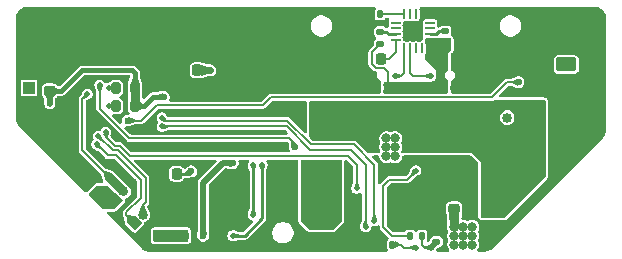
<source format=gbr>
%TF.GenerationSoftware,KiCad,Pcbnew,9.0.1-rc2-202503292320~1d443ca74c~ubuntu24.04.1*%
%TF.CreationDate,2025-04-04T23:21:44+10:00*%
%TF.ProjectId,Stormbreaker,53746f72-6d62-4726-9561-6b65722e6b69,rev?*%
%TF.SameCoordinates,Original*%
%TF.FileFunction,Copper,L4,Bot*%
%TF.FilePolarity,Positive*%
%FSLAX46Y46*%
G04 Gerber Fmt 4.6, Leading zero omitted, Abs format (unit mm)*
G04 Created by KiCad (PCBNEW 9.0.1-rc2-202503292320~1d443ca74c~ubuntu24.04.1) date 2025-04-04 23:21:44*
%MOMM*%
%LPD*%
G01*
G04 APERTURE LIST*
G04 Aperture macros list*
%AMRoundRect*
0 Rectangle with rounded corners*
0 $1 Rounding radius*
0 $2 $3 $4 $5 $6 $7 $8 $9 X,Y pos of 4 corners*
0 Add a 4 corners polygon primitive as box body*
4,1,4,$2,$3,$4,$5,$6,$7,$8,$9,$2,$3,0*
0 Add four circle primitives for the rounded corners*
1,1,$1+$1,$2,$3*
1,1,$1+$1,$4,$5*
1,1,$1+$1,$6,$7*
1,1,$1+$1,$8,$9*
0 Add four rect primitives between the rounded corners*
20,1,$1+$1,$2,$3,$4,$5,0*
20,1,$1+$1,$4,$5,$6,$7,0*
20,1,$1+$1,$6,$7,$8,$9,0*
20,1,$1+$1,$8,$9,$2,$3,0*%
%AMHorizOval*
0 Thick line with rounded ends*
0 $1 width*
0 $2 $3 position (X,Y) of the first rounded end (center of the circle)*
0 $4 $5 position (X,Y) of the second rounded end (center of the circle)*
0 Add line between two ends*
20,1,$1,$2,$3,$4,$5,0*
0 Add two circle primitives to create the rounded ends*
1,1,$1,$2,$3*
1,1,$1,$4,$5*%
%AMRotRect*
0 Rectangle, with rotation*
0 The origin of the aperture is its center*
0 $1 length*
0 $2 width*
0 $3 Rotation angle, in degrees counterclockwise*
0 Add horizontal line*
21,1,$1,$2,0,0,$3*%
G04 Aperture macros list end*
%TA.AperFunction,HeatsinkPad*%
%ADD10C,0.500000*%
%TD*%
%TA.AperFunction,HeatsinkPad*%
%ADD11R,2.700000X2.700000*%
%TD*%
%TA.AperFunction,ComponentPad*%
%ADD12RotRect,0.850000X0.850000X135.000000*%
%TD*%
%TA.AperFunction,ComponentPad*%
%ADD13HorizOval,0.850000X0.000000X0.000000X0.000000X0.000000X0*%
%TD*%
%TA.AperFunction,HeatsinkPad*%
%ADD14O,1.000000X2.100000*%
%TD*%
%TA.AperFunction,HeatsinkPad*%
%ADD15O,1.000000X1.800000*%
%TD*%
%TA.AperFunction,ComponentPad*%
%ADD16RoundRect,0.250000X0.625000X-0.350000X0.625000X0.350000X-0.625000X0.350000X-0.625000X-0.350000X0*%
%TD*%
%TA.AperFunction,ComponentPad*%
%ADD17O,1.750000X1.200000*%
%TD*%
%TA.AperFunction,ComponentPad*%
%ADD18C,0.850000*%
%TD*%
%TA.AperFunction,ComponentPad*%
%ADD19R,0.850000X0.850000*%
%TD*%
%TA.AperFunction,ComponentPad*%
%ADD20O,0.850000X0.850000*%
%TD*%
%TA.AperFunction,ComponentPad*%
%ADD21R,1.000000X1.000000*%
%TD*%
%TA.AperFunction,ComponentPad*%
%ADD22O,1.000000X1.000000*%
%TD*%
%TA.AperFunction,SMDPad,CuDef*%
%ADD23RoundRect,0.225000X0.250000X-0.225000X0.250000X0.225000X-0.250000X0.225000X-0.250000X-0.225000X0*%
%TD*%
%TA.AperFunction,SMDPad,CuDef*%
%ADD24RoundRect,0.200000X-0.200000X-0.275000X0.200000X-0.275000X0.200000X0.275000X-0.200000X0.275000X0*%
%TD*%
%TA.AperFunction,SMDPad,CuDef*%
%ADD25RoundRect,0.225000X0.225000X0.250000X-0.225000X0.250000X-0.225000X-0.250000X0.225000X-0.250000X0*%
%TD*%
%TA.AperFunction,SMDPad,CuDef*%
%ADD26RoundRect,0.135000X-0.135000X-0.185000X0.135000X-0.185000X0.135000X0.185000X-0.135000X0.185000X0*%
%TD*%
%TA.AperFunction,SMDPad,CuDef*%
%ADD27RoundRect,0.135000X0.135000X0.185000X-0.135000X0.185000X-0.135000X-0.185000X0.135000X-0.185000X0*%
%TD*%
%TA.AperFunction,SMDPad,CuDef*%
%ADD28RoundRect,0.135000X0.185000X-0.135000X0.185000X0.135000X-0.185000X0.135000X-0.185000X-0.135000X0*%
%TD*%
%TA.AperFunction,SMDPad,CuDef*%
%ADD29RoundRect,0.135000X-0.185000X0.135000X-0.185000X-0.135000X0.185000X-0.135000X0.185000X0.135000X0*%
%TD*%
%TA.AperFunction,SMDPad,CuDef*%
%ADD30RoundRect,0.225000X-0.225000X-0.250000X0.225000X-0.250000X0.225000X0.250000X-0.225000X0.250000X0*%
%TD*%
%TA.AperFunction,SMDPad,CuDef*%
%ADD31RoundRect,0.200000X-0.053033X0.335876X-0.335876X0.053033X0.053033X-0.335876X0.335876X-0.053033X0*%
%TD*%
%TA.AperFunction,SMDPad,CuDef*%
%ADD32RoundRect,0.062500X0.062500X-0.337500X0.062500X0.337500X-0.062500X0.337500X-0.062500X-0.337500X0*%
%TD*%
%TA.AperFunction,SMDPad,CuDef*%
%ADD33RoundRect,0.062500X0.337500X-0.062500X0.337500X0.062500X-0.337500X0.062500X-0.337500X-0.062500X0*%
%TD*%
%TA.AperFunction,ComponentPad*%
%ADD34C,0.600000*%
%TD*%
%TA.AperFunction,SMDPad,CuDef*%
%ADD35RoundRect,0.250000X0.600000X-0.600000X0.600000X0.600000X-0.600000X0.600000X-0.600000X-0.600000X0*%
%TD*%
%TA.AperFunction,ViaPad*%
%ADD36C,0.600000*%
%TD*%
%TA.AperFunction,ViaPad*%
%ADD37C,0.800000*%
%TD*%
%TA.AperFunction,ViaPad*%
%ADD38C,0.500000*%
%TD*%
%TA.AperFunction,Conductor*%
%ADD39C,0.800000*%
%TD*%
%TA.AperFunction,Conductor*%
%ADD40C,0.200000*%
%TD*%
%TA.AperFunction,Conductor*%
%ADD41C,0.250000*%
%TD*%
%TA.AperFunction,Conductor*%
%ADD42C,0.400000*%
%TD*%
%TA.AperFunction,Conductor*%
%ADD43C,0.500000*%
%TD*%
%TA.AperFunction,Conductor*%
%ADD44C,0.600000*%
%TD*%
G04 APERTURE END LIST*
D10*
%TO.P,U1,25,PGND*%
%TO.N,GND*%
X146900000Y-57400000D03*
X146900000Y-58500000D03*
X146900000Y-59600000D03*
X148000000Y-57400000D03*
X148000000Y-58500000D03*
D11*
X148000000Y-58500000D03*
D10*
X148000000Y-59600000D03*
X149100000Y-57400000D03*
X149100000Y-58500000D03*
X149100000Y-59600000D03*
%TD*%
D12*
%TO.P,J3,1,Pin_1*%
%TO.N,VCC*%
X122542893Y-57457107D03*
D13*
%TO.P,J3,2,Pin_2*%
%TO.N,/PA0*%
X123250000Y-56750000D03*
%TO.P,J3,3,Pin_3*%
%TO.N,GND*%
X123957107Y-56042893D03*
%TD*%
D14*
%TO.P,J2,S1,SHIELD*%
%TO.N,GND*%
X152320000Y-47415000D03*
D15*
X152320000Y-43235000D03*
D14*
X143680000Y-47415000D03*
D15*
X143680000Y-43235000D03*
%TD*%
D16*
%TO.P,BT2,1,+*%
%TO.N,/BATT*%
X160750000Y-46000000D03*
D17*
%TO.P,BT2,2,-*%
%TO.N,GND*%
X160750000Y-44000000D03*
%TD*%
D12*
%TO.P,J5,1,Pin_1*%
%TO.N,SDA*%
X124191386Y-59426777D03*
D18*
%TO.P,J5,2,Pin_2*%
%TO.N,SCL*%
X124898493Y-58719670D03*
%TD*%
D19*
%TO.P,J4,1,Pin_1*%
%TO.N,VCC*%
X156750000Y-50500000D03*
D20*
%TO.P,J4,2,Pin_2*%
%TO.N,Net-(J4-Pin_2)*%
X155750000Y-50500000D03*
%TD*%
D21*
%TO.P,BT1,1,+*%
%TO.N,/BATT*%
X115250000Y-48000000D03*
D22*
%TO.P,BT1,2,-*%
%TO.N,GND*%
X115250000Y-49270000D03*
%TD*%
D23*
%TO.P,C13,1*%
%TO.N,VCC*%
X117000000Y-48250000D03*
%TO.P,C13,2*%
%TO.N,GND*%
X117000000Y-46700000D03*
%TD*%
D24*
%TO.P,R9,1*%
%TO.N,SDA_2*%
X122600000Y-49500000D03*
%TO.P,R9,2*%
%TO.N,VCC*%
X124250000Y-49500000D03*
%TD*%
D23*
%TO.P,C9,1*%
%TO.N,+3.3V*%
X126250000Y-60500000D03*
%TO.P,C9,2*%
%TO.N,GND*%
X126250000Y-58950000D03*
%TD*%
D24*
%TO.P,R10,1*%
%TO.N,SCL_2*%
X122600000Y-48000000D03*
%TO.P,R10,2*%
%TO.N,VCC*%
X124250000Y-48000000D03*
%TD*%
D25*
%TO.P,C11,1*%
%TO.N,SD_VCC*%
X129500000Y-46500000D03*
%TO.P,C11,2*%
%TO.N,GND*%
X127950000Y-46500000D03*
%TD*%
D26*
%TO.P,R1,1*%
%TO.N,GND*%
X145000000Y-61250000D03*
%TO.P,R1,2*%
%TO.N,Net-(U1-ILIM)*%
X146020000Y-61250000D03*
%TD*%
D23*
%TO.P,C2,1*%
%TO.N,/BATT*%
X151250000Y-58250000D03*
%TO.P,C2,2*%
%TO.N,GND*%
X151250000Y-56700000D03*
%TD*%
D27*
%TO.P,R12,1*%
%TO.N,Net-(U4-SDA)*%
X145000000Y-41750000D03*
%TO.P,R12,2*%
%TO.N,GND*%
X143980000Y-41750000D03*
%TD*%
D28*
%TO.P,R11,1*%
%TO.N,VBUS*%
X150500000Y-44220000D03*
%TO.P,R11,2*%
%TO.N,Net-(U4-GATE)*%
X150500000Y-43200000D03*
%TD*%
D23*
%TO.P,C10,1*%
%TO.N,+3.3V*%
X128250000Y-60500000D03*
%TO.P,C10,2*%
%TO.N,GND*%
X128250000Y-58950000D03*
%TD*%
D29*
%TO.P,R2,1*%
%TO.N,GND*%
X149750000Y-59980000D03*
%TO.P,R2,2*%
%TO.N,Net-(U1-TS)*%
X149750000Y-61000000D03*
%TD*%
D30*
%TO.P,C15,1*%
%TO.N,GND*%
X143495000Y-45500000D03*
%TO.P,C15,2*%
%TO.N,Net-(U4-VDD)*%
X145045000Y-45500000D03*
%TD*%
D31*
%TO.P,R7,1*%
%TO.N,/PA0*%
X122250000Y-55750000D03*
%TO.P,R7,2*%
%TO.N,VCC*%
X121083274Y-56916726D03*
%TD*%
D28*
%TO.P,R6,1*%
%TO.N,VBUS*%
X145000000Y-44250000D03*
%TO.P,R6,2*%
%TO.N,Net-(U4-~{DEBUG})*%
X145000000Y-43230000D03*
%TD*%
D27*
%TO.P,R3,1*%
%TO.N,Net-(U1-TS)*%
X148500000Y-60500000D03*
%TO.P,R3,2*%
%TO.N,Net-(U1-REGN)*%
X147480000Y-60500000D03*
%TD*%
D25*
%TO.P,C8,1*%
%TO.N,Net-(U2-VDD)*%
X127750000Y-55250000D03*
%TO.P,C8,2*%
%TO.N,GND*%
X126200000Y-55250000D03*
%TD*%
D32*
%TO.P,U4,1,D+*%
%TO.N,unconnected-(U4-D+-Pad1)*%
X148500000Y-44650000D03*
%TO.P,U4,2,D-*%
%TO.N,unconnected-(U4-D--Pad2)*%
X148000000Y-44650000D03*
%TO.P,U4,3,CC1*%
%TO.N,CC1*%
X147500000Y-44650000D03*
%TO.P,U4,4,CC2*%
%TO.N,CC2*%
X147000000Y-44650000D03*
D33*
%TO.P,U4,5,VDD*%
%TO.N,Net-(U4-VDD)*%
X146300000Y-43950000D03*
%TO.P,U4,6,~{DEBUG}*%
%TO.N,Net-(U4-~{DEBUG})*%
X146300000Y-43450000D03*
%TO.P,U4,7,OUT1*%
%TO.N,unconnected-(U4-OUT1-Pad7)*%
X146300000Y-42950000D03*
%TO.P,U4,8,ADDR*%
%TO.N,unconnected-(U4-ADDR-Pad8)*%
X146300000Y-42450000D03*
D32*
%TO.P,U4,9,SDA*%
%TO.N,Net-(U4-SDA)*%
X147000000Y-41750000D03*
%TO.P,U4,10,SCL*%
%TO.N,unconnected-(U4-SCL-Pad10)*%
X147500000Y-41750000D03*
%TO.P,U4,11,~{INT}*%
%TO.N,unconnected-(U4-~{INT}-Pad11)*%
X148000000Y-41750000D03*
%TO.P,U4,12,~{EN}*%
%TO.N,GND*%
X148500000Y-41750000D03*
D33*
%TO.P,U4,13,FAULT*%
%TO.N,unconnected-(U4-FAULT-Pad13)*%
X149200000Y-42450000D03*
%TO.P,U4,14,FLGIN*%
%TO.N,unconnected-(U4-FLGIN-Pad14)*%
X149200000Y-42950000D03*
%TO.P,U4,15,GATE*%
%TO.N,Net-(U4-GATE)*%
X149200000Y-43450000D03*
%TO.P,U4,16,VBUS*%
%TO.N,VBUS*%
X149200000Y-43950000D03*
D34*
%TO.P,U4,17,GND*%
%TO.N,GND*%
X147200000Y-43750000D03*
X147750000Y-43750000D03*
X148300000Y-43750000D03*
X147200000Y-43200000D03*
X147750000Y-43200000D03*
D35*
X147750000Y-43200000D03*
D34*
X148300000Y-43200000D03*
X147200000Y-42650000D03*
X147750000Y-42650000D03*
X148300000Y-42650000D03*
%TD*%
D36*
%TO.N,GND*%
X136250000Y-53000000D03*
X151200000Y-47990000D03*
X116000000Y-52000000D03*
X119000000Y-55000000D03*
X118000000Y-54000000D03*
D37*
X131250000Y-57500000D03*
X133500000Y-53000000D03*
D36*
X117500000Y-45000000D03*
D37*
X136750000Y-57750000D03*
D36*
X132805000Y-42025000D03*
X137500000Y-55000000D03*
X124855000Y-42150000D03*
X144800000Y-47990000D03*
X135000000Y-60000000D03*
X157500000Y-42500000D03*
D37*
X136750000Y-56250000D03*
D36*
X125000000Y-54500000D03*
D37*
X119000000Y-50750000D03*
X136750000Y-57000000D03*
D36*
X124750000Y-51500000D03*
X136205000Y-42150000D03*
D37*
X137500000Y-57000000D03*
D36*
X142500000Y-57500000D03*
D37*
X136000000Y-57000000D03*
D36*
X136455000Y-49750000D03*
X152250000Y-56500000D03*
X131500000Y-61250000D03*
X126500000Y-53000000D03*
D37*
%TO.N,/BATT*%
X151250000Y-60500000D03*
X152750000Y-60500000D03*
X152000000Y-60500000D03*
X152750000Y-59750000D03*
X152000000Y-61250000D03*
X152000000Y-59750000D03*
X151250000Y-61250000D03*
X152750000Y-61250000D03*
X151250000Y-59750000D03*
D36*
%TO.N,VBUS*%
X150400000Y-47990000D03*
X145600000Y-47990000D03*
D37*
X146250000Y-52250000D03*
X145500000Y-53750000D03*
X146250000Y-53000000D03*
X145500000Y-52250000D03*
X145500000Y-53000000D03*
X146250000Y-53750000D03*
D38*
%TO.N,Net-(U1-REGN)*%
X148000000Y-55000000D03*
D37*
%TO.N,VCC*%
X141750000Y-50250000D03*
X151250000Y-52750000D03*
D38*
X154000000Y-58250000D03*
D37*
X151250000Y-52000000D03*
X139500000Y-50250000D03*
X152750000Y-52750000D03*
X141000000Y-50250000D03*
X139500000Y-51000000D03*
D38*
X154500000Y-58750000D03*
D37*
X152000000Y-51250000D03*
D38*
X155000000Y-58750000D03*
D37*
X141750000Y-51750000D03*
D36*
X126660000Y-48750000D03*
D38*
X154500000Y-58250000D03*
D37*
X152000000Y-50500000D03*
X140250000Y-50250000D03*
D38*
X154000000Y-58750000D03*
D37*
X152750000Y-50500000D03*
X152000000Y-52000000D03*
X140250000Y-51750000D03*
X141000000Y-51750000D03*
D38*
X117000000Y-49315686D03*
D37*
X141000000Y-51000000D03*
D38*
X155000000Y-58250000D03*
D37*
X141750000Y-51000000D03*
X152750000Y-52000000D03*
X152000000Y-52750000D03*
X151250000Y-50500000D03*
X140250000Y-51000000D03*
X151250000Y-51250000D03*
X139500000Y-49500000D03*
X140250000Y-49500000D03*
X141750000Y-49500000D03*
X139500000Y-51750000D03*
X141000000Y-49500000D03*
X152750000Y-51250000D03*
D36*
%TO.N,Net-(U2-VDD)*%
X129000000Y-55050000D03*
%TO.N,+3.3V*%
X127250000Y-60500000D03*
%TO.N,SD_VCC*%
X130605000Y-46500000D03*
X130000000Y-60500000D03*
X132500000Y-54350000D03*
D38*
%TO.N,SD_D1*%
X132500000Y-60500000D03*
X135000000Y-54500000D03*
%TO.N,SD_D0*%
X134250000Y-58750000D03*
X134250000Y-54500000D03*
%TO.N,Net-(U1-ILIM)*%
X148000000Y-61500000D03*
%TO.N,Net-(U1-TS)*%
X149250000Y-61500000D03*
%TO.N,SCL*%
X121125940Y-52067093D03*
%TO.N,SDA*%
X120972182Y-52750000D03*
%TO.N,SDA_2*%
X143750000Y-59750000D03*
X126500000Y-51251000D03*
X122000000Y-49500000D03*
%TO.N,SCL_2*%
X144500000Y-59250000D03*
X122000000Y-48000000D03*
X126500000Y-50500000D03*
%TO.N,/BQ_STAT*%
X143000000Y-56500000D03*
X121750000Y-51750000D03*
%TO.N,/PA0*%
X120200000Y-48500000D03*
D36*
%TO.N,FAN_PWM*%
X123604998Y-50750000D03*
X156700000Y-47500000D03*
%TO.N,Net-(Q1-G)*%
X137750000Y-53007500D03*
D38*
X121236091Y-47736091D03*
%TO.N,CC2*%
X146250000Y-47000000D03*
%TO.N,CC1*%
X149250000Y-47000000D03*
D37*
%TO.N,VDD*%
X139250000Y-55750000D03*
X140750000Y-55000000D03*
X140000000Y-58500000D03*
X139250000Y-55000000D03*
X140000000Y-55000000D03*
X140000000Y-57750000D03*
X139250000Y-58500000D03*
X140000000Y-59250000D03*
X140750000Y-55750000D03*
X140750000Y-58500000D03*
X140000000Y-55750000D03*
%TD*%
D39*
%TO.N,/BATT*%
X151250000Y-58250000D02*
X151250000Y-59750000D01*
D40*
%TO.N,VBUS*%
X145636000Y-46636000D02*
X145636000Y-47954000D01*
X144294000Y-45974110D02*
X144595890Y-46276000D01*
X144294000Y-44956000D02*
X144294000Y-45974110D01*
D41*
X145674000Y-47916000D02*
X145600000Y-47990000D01*
D40*
X145276000Y-46276000D02*
X145636000Y-46636000D01*
X144595890Y-46276000D02*
X145276000Y-46276000D01*
X145000000Y-44250000D02*
X144294000Y-44956000D01*
X145636000Y-47954000D02*
X145600000Y-47990000D01*
%TO.N,Net-(U1-REGN)*%
X147250000Y-55750000D02*
X145750000Y-55750000D01*
X148000000Y-55000000D02*
X147250000Y-55750000D01*
X145250000Y-56250000D02*
X145250000Y-59750000D01*
X145750000Y-55750000D02*
X145250000Y-56250000D01*
X146000000Y-60500000D02*
X147480000Y-60500000D01*
X145250000Y-59750000D02*
X146000000Y-60500000D01*
D42*
%TO.N,VCC*%
X125000000Y-49500000D02*
X124250000Y-49500000D01*
X124250000Y-46750000D02*
X124250000Y-48000000D01*
D39*
X124250000Y-48000000D02*
X124250000Y-49500000D01*
D43*
X117000000Y-49315686D02*
X117000000Y-48250000D01*
D42*
X125750000Y-48750000D02*
X125000000Y-49500000D01*
X126660000Y-48750000D02*
X125750000Y-48750000D01*
X124000000Y-46500000D02*
X124250000Y-46750000D01*
X117000000Y-48250000D02*
X118000000Y-48250000D01*
X118000000Y-48250000D02*
X119750000Y-46500000D01*
X119750000Y-46500000D02*
X124000000Y-46500000D01*
D41*
%TO.N,Net-(U2-VDD)*%
X129000000Y-55050000D02*
X128800000Y-55250000D01*
X128800000Y-55250000D02*
X127750000Y-55250000D01*
D43*
%TO.N,SD_VCC*%
X131650000Y-54350000D02*
X130000000Y-56000000D01*
X132500000Y-54350000D02*
X131650000Y-54350000D01*
D44*
X130605000Y-46500000D02*
X129500000Y-46500000D01*
D43*
X130000000Y-56000000D02*
X130000000Y-60500000D01*
D41*
%TO.N,SD_D1*%
X135000000Y-59014616D02*
X133514616Y-60500000D01*
X133514616Y-60500000D02*
X132500000Y-60500000D01*
X135000000Y-54500000D02*
X135000000Y-58779232D01*
X135000000Y-58779232D02*
X135000000Y-59014616D01*
%TO.N,SD_D0*%
X134250000Y-54500000D02*
X134250000Y-58750000D01*
D40*
%TO.N,Net-(U1-ILIM)*%
X147000000Y-61500000D02*
X146750000Y-61250000D01*
X148000000Y-61500000D02*
X147000000Y-61500000D01*
X146750000Y-61250000D02*
X146020000Y-61250000D01*
D43*
%TO.N,Net-(U1-TS)*%
X149250000Y-61500000D02*
X149750000Y-61000000D01*
D40*
X148500000Y-61250000D02*
X148500000Y-60500000D01*
X149250000Y-61500000D02*
X148750000Y-61500000D01*
X148750000Y-61500000D02*
X148500000Y-61250000D01*
%TO.N,SCL*%
X122791585Y-53283551D02*
X125129047Y-55621012D01*
X121125940Y-52067093D02*
X122342398Y-53283551D01*
X122342398Y-53283551D02*
X122791585Y-53283551D01*
X125129047Y-55621012D02*
X125129047Y-57637728D01*
X125129047Y-57637728D02*
X124898493Y-57868282D01*
X124898493Y-57868282D02*
X124898493Y-58719670D01*
%TO.N,SDA*%
X120972182Y-52750000D02*
X121906733Y-53684551D01*
X123500000Y-58735391D02*
X124191386Y-59426777D01*
X122625485Y-53684551D02*
X124728047Y-55787112D01*
X121906733Y-53684551D02*
X122625485Y-53684551D01*
X124728047Y-57271953D02*
X123500000Y-58500000D01*
X124728047Y-55787112D02*
X124728047Y-57271953D01*
X123500000Y-58500000D02*
X123500000Y-58735391D01*
%TO.N,SDA_2*%
X137068100Y-51251000D02*
X139067100Y-53250000D01*
X142500000Y-53250000D02*
X143750000Y-54500000D01*
X122000000Y-49500000D02*
X122600000Y-49500000D01*
X126500000Y-51251000D02*
X137068100Y-51251000D01*
X139067100Y-53250000D02*
X142500000Y-53250000D01*
X143750000Y-54500000D02*
X143750000Y-59750000D01*
%TO.N,SCL_2*%
X144500000Y-54500000D02*
X142750000Y-52750000D01*
X137134200Y-50750000D02*
X126750000Y-50750000D01*
X142750000Y-52750000D02*
X139134200Y-52750000D01*
X126750000Y-50750000D02*
X126500000Y-50500000D01*
X139134200Y-52750000D02*
X137134200Y-50750000D01*
X122600000Y-48000000D02*
X122000000Y-48000000D01*
X144500000Y-59250000D02*
X144500000Y-54500000D01*
%TO.N,/BQ_STAT*%
X122508498Y-52882551D02*
X121750000Y-52124053D01*
X143000000Y-54500000D02*
X142250000Y-53750000D01*
X122957685Y-52882551D02*
X122508498Y-52882551D01*
X121750000Y-52124053D02*
X121750000Y-51750000D01*
X143000000Y-56500000D02*
X143000000Y-54500000D01*
X142250000Y-53750000D02*
X123825134Y-53750000D01*
X123825134Y-53750000D02*
X122957685Y-52882551D01*
%TO.N,/PA0*%
X122250000Y-55750000D02*
X119750000Y-53250000D01*
X120200000Y-48500000D02*
X119750000Y-48950000D01*
X119750000Y-48950000D02*
X119750000Y-53250000D01*
D39*
X122250000Y-55750000D02*
X123250000Y-56750000D01*
D40*
%TO.N,FAN_PWM*%
X154484000Y-48766000D02*
X135734000Y-48766000D01*
X124750000Y-50750000D02*
X123604998Y-50750000D01*
X126058049Y-49441951D02*
X124750000Y-50750000D01*
X155750000Y-47500000D02*
X154484000Y-48766000D01*
X156700000Y-47500000D02*
X155750000Y-47500000D01*
X135058049Y-49441951D02*
X126058049Y-49441951D01*
X135734000Y-48766000D02*
X135058049Y-49441951D01*
%TO.N,Net-(Q1-G)*%
X137750000Y-52750000D02*
X137750000Y-53007500D01*
X121236091Y-47736091D02*
X121236091Y-49736091D01*
X121236091Y-49736091D02*
X123750000Y-52250000D01*
X137250000Y-52250000D02*
X137750000Y-52750000D01*
X123750000Y-52250000D02*
X137250000Y-52250000D01*
%TO.N,CC2*%
X147000000Y-44650000D02*
X147000000Y-46750000D01*
X146750000Y-47000000D02*
X146250000Y-47000000D01*
X147000000Y-46750000D02*
X146750000Y-47000000D01*
%TO.N,CC1*%
X147800000Y-47000000D02*
X147500000Y-46700000D01*
X147500000Y-46700000D02*
X147500000Y-44650000D01*
X149250000Y-47000000D02*
X147800000Y-47000000D01*
D41*
%TO.N,Net-(U4-~{DEBUG})*%
X145020000Y-43250000D02*
X145500000Y-43250000D01*
D40*
X145000000Y-43230000D02*
X145020000Y-43250000D01*
D41*
X145500000Y-43250000D02*
X145700000Y-43450000D01*
X145700000Y-43450000D02*
X146300000Y-43450000D01*
%TO.N,Net-(U4-GATE)*%
X149750000Y-43450000D02*
X149200000Y-43450000D01*
X150000000Y-43200000D02*
X149750000Y-43450000D01*
X150500000Y-43200000D02*
X150000000Y-43200000D01*
D40*
%TO.N,Net-(U4-SDA)*%
X147000000Y-41750000D02*
X145000000Y-41750000D01*
%TO.N,Net-(U4-VDD)*%
X146300000Y-44950000D02*
X145750000Y-45500000D01*
X146300000Y-43950000D02*
X146300000Y-44950000D01*
X145750000Y-45500000D02*
X144750000Y-45500000D01*
%TD*%
%TA.AperFunction,Conductor*%
%TO.N,VCC*%
G36*
X142250000Y-52449500D02*
G01*
X139310033Y-52449500D01*
X139242994Y-52429815D01*
X139222352Y-52413181D01*
X139036319Y-52227148D01*
X139002834Y-52165825D01*
X139000000Y-52139467D01*
X139000000Y-49190500D01*
X139019685Y-49123461D01*
X139072489Y-49077706D01*
X139124000Y-49066500D01*
X142250000Y-49066500D01*
X142250000Y-52449500D01*
G37*
%TD.AperFunction*%
%TD*%
%TA.AperFunction,Conductor*%
%TO.N,GND*%
G36*
X144572708Y-41170185D02*
G01*
X144618463Y-41222989D01*
X144628407Y-41292147D01*
X144599382Y-41355703D01*
X144593350Y-41362181D01*
X144585935Y-41369595D01*
X144535931Y-41476828D01*
X144529500Y-41525683D01*
X144529500Y-41974316D01*
X144535931Y-42023171D01*
X144535932Y-42023173D01*
X144585935Y-42130404D01*
X144669596Y-42214065D01*
X144776827Y-42264068D01*
X144825683Y-42270500D01*
X144825684Y-42270500D01*
X145174317Y-42270500D01*
X145190601Y-42268356D01*
X145223173Y-42264068D01*
X145330404Y-42214065D01*
X145414065Y-42130404D01*
X145417939Y-42122095D01*
X145429401Y-42109077D01*
X145436608Y-42093297D01*
X145452011Y-42083397D01*
X145464110Y-42069657D01*
X145480994Y-42064771D01*
X145495386Y-42055523D01*
X145530321Y-42050500D01*
X145639382Y-42050500D01*
X145706421Y-42070185D01*
X145752176Y-42122989D01*
X145762120Y-42192147D01*
X145742485Y-42243390D01*
X145714759Y-42284884D01*
X145714758Y-42284887D01*
X145699500Y-42361595D01*
X145699500Y-42538398D01*
X145714760Y-42615119D01*
X145725446Y-42631111D01*
X145746323Y-42697788D01*
X145739057Y-42741878D01*
X145733910Y-42756222D01*
X145714760Y-42784883D01*
X145703729Y-42840333D01*
X145700619Y-42849004D01*
X145685237Y-42870095D01*
X145673136Y-42893230D01*
X145664979Y-42897874D01*
X145659450Y-42905457D01*
X145635104Y-42914885D01*
X145612419Y-42927803D01*
X145602145Y-42927650D01*
X145594296Y-42930690D01*
X145577647Y-42927285D01*
X145551813Y-42926901D01*
X145542853Y-42924500D01*
X145542850Y-42924500D01*
X145540331Y-42924500D01*
X145538282Y-42923898D01*
X145534793Y-42923439D01*
X145534864Y-42922894D01*
X145473292Y-42904815D01*
X145452650Y-42888181D01*
X145380404Y-42815935D01*
X145338005Y-42796164D01*
X145273173Y-42765932D01*
X145273171Y-42765931D01*
X145273172Y-42765931D01*
X145224317Y-42759500D01*
X145224316Y-42759500D01*
X144775684Y-42759500D01*
X144775683Y-42759500D01*
X144726828Y-42765931D01*
X144619595Y-42815935D01*
X144535935Y-42899595D01*
X144485931Y-43006828D01*
X144479500Y-43055683D01*
X144479500Y-43404316D01*
X144485931Y-43453171D01*
X144535935Y-43560404D01*
X144627267Y-43651736D01*
X144624443Y-43654559D01*
X144655183Y-43693042D01*
X144662352Y-43762542D01*
X144630808Y-43824886D01*
X144627101Y-43828098D01*
X144627267Y-43828264D01*
X144535935Y-43919595D01*
X144485931Y-44026828D01*
X144479500Y-44075683D01*
X144479500Y-44294167D01*
X144459815Y-44361206D01*
X144443181Y-44381848D01*
X144053541Y-44771487D01*
X144053535Y-44771495D01*
X144013982Y-44840004D01*
X144013979Y-44840009D01*
X144013659Y-44841205D01*
X143993500Y-44916438D01*
X143993500Y-46013672D01*
X143998842Y-46033608D01*
X144013979Y-46090100D01*
X144013980Y-46090101D01*
X144019408Y-46099502D01*
X144035164Y-46126793D01*
X144053540Y-46158621D01*
X144355430Y-46460511D01*
X144411379Y-46516460D01*
X144411381Y-46516461D01*
X144411385Y-46516464D01*
X144478288Y-46555090D01*
X144479901Y-46556021D01*
X144556328Y-46576500D01*
X144600100Y-46576500D01*
X144667139Y-46596185D01*
X144712894Y-46648989D01*
X144722838Y-46718147D01*
X144714662Y-46747950D01*
X144713498Y-46750759D01*
X144713497Y-46750763D01*
X144684500Y-46858982D01*
X144684500Y-46971018D01*
X144712531Y-47075629D01*
X144713497Y-47079236D01*
X144713498Y-47079239D01*
X144724635Y-47098528D01*
X144769515Y-47176263D01*
X144848737Y-47255485D01*
X144945763Y-47311503D01*
X144993313Y-47324244D01*
X145052972Y-47360608D01*
X145083502Y-47423454D01*
X145075208Y-47492830D01*
X145074670Y-47493924D01*
X145072509Y-47499064D01*
X145052826Y-47566096D01*
X145052825Y-47566101D01*
X145052825Y-47566102D01*
X145047995Y-47599697D01*
X145044500Y-47624003D01*
X145044500Y-47735195D01*
X145046592Y-47764443D01*
X145051615Y-47799378D01*
X145059194Y-47819700D01*
X145062785Y-47830935D01*
X145067894Y-47850001D01*
X145086902Y-47920941D01*
X145090775Y-47935393D01*
X145095000Y-47967487D01*
X145095000Y-48012512D01*
X145090775Y-48044604D01*
X145082686Y-48074793D01*
X145063300Y-48147142D01*
X145062691Y-48149334D01*
X145059011Y-48162122D01*
X145058408Y-48165383D01*
X145054941Y-48178763D01*
X145054797Y-48179003D01*
X145054680Y-48179751D01*
X145051506Y-48191597D01*
X145051501Y-48191619D01*
X145044500Y-48244801D01*
X145044500Y-48341500D01*
X145024815Y-48408539D01*
X144972011Y-48454294D01*
X144920500Y-48465500D01*
X135694438Y-48465500D01*
X135663867Y-48473691D01*
X135618008Y-48485979D01*
X135618007Y-48485980D01*
X135571238Y-48512983D01*
X135571237Y-48512983D01*
X135549495Y-48525535D01*
X135549487Y-48525541D01*
X134969897Y-49105132D01*
X134908574Y-49138617D01*
X134882216Y-49141451D01*
X127226698Y-49141451D01*
X127159659Y-49121766D01*
X127113904Y-49068962D01*
X127103960Y-48999804D01*
X127119312Y-48955449D01*
X127126391Y-48943188D01*
X127127804Y-48937915D01*
X127160500Y-48815892D01*
X127160500Y-48684108D01*
X127126392Y-48556814D01*
X127060500Y-48442686D01*
X126967314Y-48349500D01*
X126879664Y-48298895D01*
X126853187Y-48283608D01*
X126789539Y-48266554D01*
X126725892Y-48249500D01*
X126594108Y-48249500D01*
X126594106Y-48249500D01*
X126588046Y-48251124D01*
X126560680Y-48254418D01*
X126560716Y-48254885D01*
X126554642Y-48255347D01*
X126525110Y-48260542D01*
X126039833Y-48345906D01*
X126039829Y-48345907D01*
X126035163Y-48346728D01*
X126035098Y-48346360D01*
X126010175Y-48349500D01*
X125697273Y-48349500D01*
X125595410Y-48376793D01*
X125504087Y-48429520D01*
X125504084Y-48429522D01*
X125062181Y-48871425D01*
X125000858Y-48904910D01*
X124931166Y-48899926D01*
X124875233Y-48858054D01*
X124850816Y-48792590D01*
X124850500Y-48783744D01*
X124850500Y-47910954D01*
X124850499Y-47910940D01*
X124850499Y-47693482D01*
X124850452Y-47693186D01*
X124835646Y-47599696D01*
X124835644Y-47599692D01*
X124834473Y-47596088D01*
X124826344Y-47574241D01*
X124825983Y-47572773D01*
X124825982Y-47572766D01*
X124736870Y-47320314D01*
X124657571Y-47095662D01*
X124650500Y-47054388D01*
X124650500Y-46697275D01*
X124650500Y-46697273D01*
X124623207Y-46595413D01*
X124570480Y-46504087D01*
X124495913Y-46429520D01*
X124282899Y-46216506D01*
X128849500Y-46216506D01*
X128849500Y-46783493D01*
X128865279Y-46883121D01*
X128865280Y-46883124D01*
X128865281Y-46883126D01*
X128926472Y-47003220D01*
X128926473Y-47003221D01*
X128926476Y-47003225D01*
X129021774Y-47098523D01*
X129021778Y-47098526D01*
X129021780Y-47098528D01*
X129141874Y-47159719D01*
X129141876Y-47159719D01*
X129141878Y-47159720D01*
X129241507Y-47175500D01*
X129241512Y-47175500D01*
X129758493Y-47175500D01*
X129858121Y-47159720D01*
X129858122Y-47159719D01*
X129858126Y-47159719D01*
X129872335Y-47152479D01*
X129897438Y-47142949D01*
X130430170Y-47004486D01*
X130461357Y-47000500D01*
X130670890Y-47000500D01*
X130670892Y-47000500D01*
X130798186Y-46966392D01*
X130912314Y-46900500D01*
X131005500Y-46807314D01*
X131071392Y-46693186D01*
X131105500Y-46565892D01*
X131105500Y-46434108D01*
X131071392Y-46306814D01*
X131005500Y-46192686D01*
X130912314Y-46099500D01*
X130855250Y-46066554D01*
X130798187Y-46033608D01*
X130723783Y-46013672D01*
X130670892Y-45999500D01*
X130670891Y-45999500D01*
X130461361Y-45999500D01*
X130430168Y-45995512D01*
X129897434Y-45857046D01*
X129872335Y-45847520D01*
X129858127Y-45840281D01*
X129858123Y-45840279D01*
X129758493Y-45824500D01*
X129758488Y-45824500D01*
X129241512Y-45824500D01*
X129241507Y-45824500D01*
X129141878Y-45840279D01*
X129021778Y-45901473D01*
X129021774Y-45901476D01*
X128926476Y-45996774D01*
X128926473Y-45996778D01*
X128926472Y-45996780D01*
X128874133Y-46099502D01*
X128865279Y-46116878D01*
X128849500Y-46216506D01*
X124282899Y-46216506D01*
X124245913Y-46179520D01*
X124200250Y-46153156D01*
X124154589Y-46126793D01*
X124103657Y-46113146D01*
X124052727Y-46099500D01*
X124052726Y-46099500D01*
X119810339Y-46099500D01*
X119810323Y-46099499D01*
X119802727Y-46099499D01*
X119697273Y-46099499D01*
X119632430Y-46116874D01*
X119595412Y-46126793D01*
X119504084Y-46179522D01*
X117870426Y-47813181D01*
X117843498Y-47827884D01*
X117817680Y-47844477D01*
X117811479Y-47845368D01*
X117809103Y-47846666D01*
X117782745Y-47849500D01*
X117714115Y-47849500D01*
X117647076Y-47829815D01*
X117603630Y-47781794D01*
X117598528Y-47771780D01*
X117598523Y-47771774D01*
X117503225Y-47676476D01*
X117503221Y-47676473D01*
X117503220Y-47676472D01*
X117383126Y-47615281D01*
X117383124Y-47615280D01*
X117383121Y-47615279D01*
X117283493Y-47599500D01*
X117283488Y-47599500D01*
X116716512Y-47599500D01*
X116716507Y-47599500D01*
X116616878Y-47615279D01*
X116496778Y-47676473D01*
X116496774Y-47676476D01*
X116401476Y-47771774D01*
X116401473Y-47771778D01*
X116340279Y-47891878D01*
X116324500Y-47991506D01*
X116324500Y-48508493D01*
X116340279Y-48608121D01*
X116340280Y-48608124D01*
X116340281Y-48608126D01*
X116401472Y-48728220D01*
X116401473Y-48728221D01*
X116401476Y-48728225D01*
X116496774Y-48823523D01*
X116496777Y-48823525D01*
X116496780Y-48823528D01*
X116496782Y-48823529D01*
X116498379Y-48824689D01*
X116499858Y-48826607D01*
X116503680Y-48830429D01*
X116503186Y-48830922D01*
X116541048Y-48880017D01*
X116549500Y-48925012D01*
X116549500Y-49374995D01*
X116580201Y-49489572D01*
X116639511Y-49592299D01*
X116723387Y-49676175D01*
X116826114Y-49735485D01*
X116940691Y-49766186D01*
X116940694Y-49766186D01*
X117059306Y-49766186D01*
X117059309Y-49766186D01*
X117173886Y-49735485D01*
X117276613Y-49676175D01*
X117360489Y-49592299D01*
X117419799Y-49489572D01*
X117450500Y-49374995D01*
X117450500Y-48925012D01*
X117470185Y-48857973D01*
X117483590Y-48840683D01*
X117496171Y-48827119D01*
X117503220Y-48823528D01*
X117598528Y-48728220D01*
X117611467Y-48702824D01*
X117623205Y-48690171D01*
X117638990Y-48680765D01*
X117651604Y-48667410D01*
X117669556Y-48662553D01*
X117683228Y-48654408D01*
X117697838Y-48654903D01*
X117714115Y-48650500D01*
X118052725Y-48650500D01*
X118052727Y-48650500D01*
X118154588Y-48623207D01*
X118245913Y-48570480D01*
X119879573Y-46936818D01*
X119940896Y-46903334D01*
X119967254Y-46900500D01*
X123725500Y-46900500D01*
X123734185Y-46903050D01*
X123743147Y-46901762D01*
X123767187Y-46912740D01*
X123792539Y-46920185D01*
X123798466Y-46927025D01*
X123806703Y-46930787D01*
X123820992Y-46953021D01*
X123838294Y-46972989D01*
X123840581Y-46983503D01*
X123844477Y-46989565D01*
X123849500Y-47024500D01*
X123849500Y-47054385D01*
X123842429Y-47095659D01*
X123674020Y-47572753D01*
X123674012Y-47572779D01*
X123673567Y-47574573D01*
X123665486Y-47596210D01*
X123664353Y-47599697D01*
X123649500Y-47693475D01*
X123649500Y-49806517D01*
X123656717Y-49852082D01*
X123664354Y-49900304D01*
X123721950Y-50013342D01*
X123721952Y-50013344D01*
X123721954Y-50013347D01*
X123746426Y-50037819D01*
X123779911Y-50099142D01*
X123774927Y-50168834D01*
X123733055Y-50224767D01*
X123667591Y-50249184D01*
X123658745Y-50249500D01*
X123539106Y-50249500D01*
X123411810Y-50283608D01*
X123297684Y-50349500D01*
X123297681Y-50349502D01*
X123204500Y-50442683D01*
X123204498Y-50442686D01*
X123138606Y-50556812D01*
X123104498Y-50684108D01*
X123104498Y-50815891D01*
X123117823Y-50865622D01*
X123116160Y-50935472D01*
X123076997Y-50993335D01*
X123012768Y-51020838D01*
X122943866Y-51009251D01*
X122910367Y-50985396D01*
X122312151Y-50387180D01*
X122278666Y-50325857D01*
X122283650Y-50256165D01*
X122325522Y-50200232D01*
X122390986Y-50175815D01*
X122399805Y-50175499D01*
X122831518Y-50175499D01*
X122925304Y-50160646D01*
X123038342Y-50103050D01*
X123128050Y-50013342D01*
X123185646Y-49900304D01*
X123185646Y-49900302D01*
X123185647Y-49900301D01*
X123200499Y-49806524D01*
X123200500Y-49806519D01*
X123200499Y-49193482D01*
X123185646Y-49099696D01*
X123128050Y-48986658D01*
X123128046Y-48986654D01*
X123128045Y-48986652D01*
X123038347Y-48896954D01*
X123038343Y-48896951D01*
X123038342Y-48896950D01*
X123026062Y-48890693D01*
X122966773Y-48860483D01*
X122915978Y-48812508D01*
X122899183Y-48744687D01*
X122921721Y-48678553D01*
X122966771Y-48639517D01*
X123038342Y-48603050D01*
X123128050Y-48513342D01*
X123185646Y-48400304D01*
X123185646Y-48400302D01*
X123185647Y-48400301D01*
X123200499Y-48306524D01*
X123200500Y-48306519D01*
X123200499Y-47693482D01*
X123185646Y-47599696D01*
X123128050Y-47486658D01*
X123128046Y-47486654D01*
X123128045Y-47486652D01*
X123038347Y-47396954D01*
X123038344Y-47396952D01*
X123038342Y-47396950D01*
X122943523Y-47348637D01*
X122925301Y-47339352D01*
X122831524Y-47324500D01*
X122368482Y-47324500D01*
X122287519Y-47337323D01*
X122274696Y-47339354D01*
X122161658Y-47396950D01*
X122161657Y-47396951D01*
X122161652Y-47396954D01*
X122071950Y-47486657D01*
X122066214Y-47494552D01*
X122063940Y-47492899D01*
X122026454Y-47532591D01*
X121994785Y-47545603D01*
X121979610Y-47549500D01*
X121940691Y-47549500D01*
X121826114Y-47580201D01*
X121798922Y-47595900D01*
X121782467Y-47600126D01*
X121763835Y-47599488D01*
X121745720Y-47603882D01*
X121729643Y-47598317D01*
X121712639Y-47597735D01*
X121697310Y-47587125D01*
X121679694Y-47581028D01*
X121664751Y-47564590D01*
X121655188Y-47557971D01*
X121652196Y-47550778D01*
X121644238Y-47542024D01*
X121638792Y-47532591D01*
X121596580Y-47459478D01*
X121512704Y-47375602D01*
X121409977Y-47316292D01*
X121295400Y-47285591D01*
X121176782Y-47285591D01*
X121062205Y-47316292D01*
X121062203Y-47316292D01*
X121062203Y-47316293D01*
X120959478Y-47375602D01*
X120959475Y-47375604D01*
X120875604Y-47459475D01*
X120875602Y-47459478D01*
X120818737Y-47557971D01*
X120816292Y-47562205D01*
X120785591Y-47676782D01*
X120785591Y-47795400D01*
X120786957Y-47800500D01*
X120794347Y-47828078D01*
X120797708Y-47845556D01*
X120799529Y-47860899D01*
X120799529Y-47860901D01*
X120929511Y-48260542D01*
X120935591Y-48298895D01*
X120935591Y-49775653D01*
X120943862Y-49806519D01*
X120956070Y-49852082D01*
X120956072Y-49852085D01*
X120982890Y-49898534D01*
X120982891Y-49898537D01*
X120995626Y-49920595D01*
X120995630Y-49920600D01*
X120995631Y-49920602D01*
X123509540Y-52434511D01*
X123565489Y-52490460D01*
X123565491Y-52490461D01*
X123565495Y-52490464D01*
X123634004Y-52530017D01*
X123634011Y-52530021D01*
X123710438Y-52550500D01*
X137074167Y-52550500D01*
X137103607Y-52559144D01*
X137133594Y-52565668D01*
X137138609Y-52569422D01*
X137141206Y-52570185D01*
X137161848Y-52586819D01*
X137195141Y-52620112D01*
X137228626Y-52681435D01*
X137231297Y-52701442D01*
X137249337Y-53053214D01*
X137249500Y-53059565D01*
X137249500Y-53073398D01*
X137251536Y-53080998D01*
X137251715Y-53082361D01*
X137252353Y-53084048D01*
X137253962Y-53090050D01*
X137253967Y-53090065D01*
X137283608Y-53200687D01*
X137298756Y-53226924D01*
X137319874Y-53263501D01*
X137336347Y-53331399D01*
X137313495Y-53397426D01*
X137258574Y-53440617D01*
X137212487Y-53449500D01*
X124000967Y-53449500D01*
X123933928Y-53429815D01*
X123913286Y-53413181D01*
X123142197Y-52642092D01*
X123142192Y-52642088D01*
X123129308Y-52634650D01*
X123129306Y-52634649D01*
X123073676Y-52602531D01*
X123073675Y-52602530D01*
X123048198Y-52595703D01*
X122997247Y-52582051D01*
X122997245Y-52582051D01*
X122684331Y-52582051D01*
X122617292Y-52562366D01*
X122596650Y-52545732D01*
X122183739Y-52132821D01*
X122178829Y-52123829D01*
X122170747Y-52117534D01*
X122162368Y-52093683D01*
X122150254Y-52071498D01*
X122150368Y-52059526D01*
X122147589Y-52051614D01*
X122150740Y-52020690D01*
X122150781Y-52016464D01*
X122151094Y-52015145D01*
X122190903Y-51862664D01*
X122192325Y-51856872D01*
X122192474Y-51856225D01*
X122192736Y-51839957D01*
X122195863Y-51826803D01*
X122196374Y-51825907D01*
X122196726Y-51823390D01*
X122200500Y-51809309D01*
X122200500Y-51690691D01*
X122169799Y-51576114D01*
X122110489Y-51473387D01*
X122026613Y-51389511D01*
X121923886Y-51330201D01*
X121809309Y-51299500D01*
X121690691Y-51299500D01*
X121576114Y-51330201D01*
X121576112Y-51330201D01*
X121576112Y-51330202D01*
X121473387Y-51389511D01*
X121473384Y-51389513D01*
X121389513Y-51473384D01*
X121389507Y-51473393D01*
X121338114Y-51562406D01*
X121287547Y-51610621D01*
X121218940Y-51623843D01*
X121198637Y-51620180D01*
X121185249Y-51616593D01*
X121066631Y-51616593D01*
X120952054Y-51647294D01*
X120952052Y-51647294D01*
X120952052Y-51647295D01*
X120849327Y-51706604D01*
X120849324Y-51706606D01*
X120765453Y-51790477D01*
X120765451Y-51790480D01*
X120706141Y-51893207D01*
X120675440Y-52007784D01*
X120675440Y-52126402D01*
X120693179Y-52192604D01*
X120706142Y-52240982D01*
X120709063Y-52246041D01*
X120725536Y-52313941D01*
X120702684Y-52379968D01*
X120689358Y-52395722D01*
X120611693Y-52473387D01*
X120552383Y-52576114D01*
X120521682Y-52690691D01*
X120521682Y-52809309D01*
X120552383Y-52923886D01*
X120552384Y-52923887D01*
X120611692Y-53026612D01*
X120695570Y-53110490D01*
X120724872Y-53127408D01*
X120739604Y-53137388D01*
X120751738Y-53146948D01*
X121031833Y-53289560D01*
X121126239Y-53337627D01*
X121157658Y-53360447D01*
X121722222Y-53925011D01*
X121790745Y-53964573D01*
X121867171Y-53985051D01*
X122449652Y-53985051D01*
X122516691Y-54004736D01*
X122537333Y-54021370D01*
X124391228Y-55875264D01*
X124424713Y-55936587D01*
X124427547Y-55962945D01*
X124427547Y-57096120D01*
X124407862Y-57163159D01*
X124391228Y-57183801D01*
X123259541Y-58315487D01*
X123259535Y-58315495D01*
X123219982Y-58384004D01*
X123219979Y-58384009D01*
X123210348Y-58419953D01*
X123199500Y-58460438D01*
X123199500Y-58774953D01*
X123208705Y-58809306D01*
X123219979Y-58851381D01*
X123219980Y-58851382D01*
X123234651Y-58876793D01*
X123259540Y-58919902D01*
X123259542Y-58919904D01*
X123294360Y-58954722D01*
X123327845Y-59016045D01*
X123329591Y-59026015D01*
X123385294Y-59443794D01*
X123391840Y-59465297D01*
X123396858Y-59481782D01*
X123401478Y-59505008D01*
X123434606Y-59554588D01*
X123436412Y-59556394D01*
X123438909Y-59560097D01*
X123441323Y-59561814D01*
X123442136Y-59563399D01*
X123450430Y-59570412D01*
X124063569Y-60183552D01*
X124063572Y-60183555D01*
X124113153Y-60216684D01*
X124113155Y-60216685D01*
X124191386Y-60232245D01*
X124269617Y-60216685D01*
X124319197Y-60183557D01*
X124378751Y-60124003D01*
X125544500Y-60124003D01*
X125544500Y-60876007D01*
X125549197Y-60919686D01*
X125560397Y-60971174D01*
X125562890Y-60981372D01*
X125562891Y-60981375D01*
X125605899Y-61062083D01*
X125605901Y-61062086D01*
X125651660Y-61114895D01*
X125669242Y-61132839D01*
X125669246Y-61132843D01*
X125669247Y-61132844D01*
X125669249Y-61132845D01*
X125749059Y-61177488D01*
X125749063Y-61177490D01*
X125816102Y-61197175D01*
X125874000Y-61205500D01*
X125874004Y-61205500D01*
X128625991Y-61205500D01*
X128626000Y-61205500D01*
X128669684Y-61200803D01*
X128698875Y-61194452D01*
X128721174Y-61189602D01*
X128721190Y-61189598D01*
X128721195Y-61189597D01*
X128731373Y-61187110D01*
X128812085Y-61144100D01*
X128864889Y-61098345D01*
X128882843Y-61080754D01*
X128927490Y-61000937D01*
X128947175Y-60933898D01*
X128955500Y-60876000D01*
X128955500Y-60124000D01*
X128950803Y-60080316D01*
X128944099Y-60049500D01*
X128939602Y-60028825D01*
X128937587Y-60020581D01*
X128937110Y-60018627D01*
X128894100Y-59937915D01*
X128848345Y-59885111D01*
X128848339Y-59885104D01*
X128830757Y-59867160D01*
X128830756Y-59867159D01*
X128830754Y-59867157D01*
X128830752Y-59867156D01*
X128830750Y-59867154D01*
X128750940Y-59822511D01*
X128750935Y-59822509D01*
X128683903Y-59802826D01*
X128683899Y-59802825D01*
X128683898Y-59802825D01*
X128626000Y-59794500D01*
X125874000Y-59794500D01*
X125873992Y-59794500D01*
X125830313Y-59799197D01*
X125778825Y-59810397D01*
X125768627Y-59812890D01*
X125768624Y-59812891D01*
X125687916Y-59855899D01*
X125687913Y-59855901D01*
X125635104Y-59901660D01*
X125617160Y-59919242D01*
X125617154Y-59919249D01*
X125572511Y-59999059D01*
X125572509Y-59999064D01*
X125552826Y-60066096D01*
X125552825Y-60066101D01*
X125552825Y-60066102D01*
X125544502Y-60123992D01*
X125544500Y-60124003D01*
X124378751Y-60124003D01*
X124393771Y-60108983D01*
X124470865Y-60031890D01*
X124948161Y-59554593D01*
X124948164Y-59554590D01*
X124948166Y-59554588D01*
X124981294Y-59505008D01*
X124996854Y-59426777D01*
X124996853Y-59426775D01*
X124999236Y-59414799D01*
X125003590Y-59415665D01*
X125016539Y-59371567D01*
X125069343Y-59325812D01*
X125075349Y-59323541D01*
X125075317Y-59323464D01*
X125080943Y-59321133D01*
X125080945Y-59321133D01*
X125194779Y-59273981D01*
X125297226Y-59205528D01*
X125384351Y-59118403D01*
X125452804Y-59015956D01*
X125499956Y-58902122D01*
X125523993Y-58781276D01*
X125523993Y-58658064D01*
X125499956Y-58537218D01*
X125468153Y-58460439D01*
X125452806Y-58423387D01*
X125452804Y-58423384D01*
X125450512Y-58419953D01*
X125439218Y-58398913D01*
X125360209Y-58210035D01*
X125280670Y-58019891D01*
X125272960Y-57950450D01*
X125304017Y-57887862D01*
X125307348Y-57884396D01*
X125369507Y-57822239D01*
X125409069Y-57753716D01*
X125429547Y-57677290D01*
X125429547Y-57598166D01*
X125429547Y-55581450D01*
X125425270Y-55565489D01*
X125421254Y-55550500D01*
X125409070Y-55505027D01*
X125409069Y-55505025D01*
X125409069Y-55505024D01*
X125369507Y-55436501D01*
X124899511Y-54966506D01*
X127099500Y-54966506D01*
X127099500Y-55533493D01*
X127115279Y-55633121D01*
X127115280Y-55633124D01*
X127115281Y-55633126D01*
X127176472Y-55753220D01*
X127176473Y-55753221D01*
X127176476Y-55753225D01*
X127271774Y-55848523D01*
X127271778Y-55848526D01*
X127271780Y-55848528D01*
X127391874Y-55909719D01*
X127391876Y-55909719D01*
X127391878Y-55909720D01*
X127491507Y-55925500D01*
X127491512Y-55925500D01*
X128008493Y-55925500D01*
X128108121Y-55909720D01*
X128108121Y-55909719D01*
X128108126Y-55909719D01*
X128228220Y-55848528D01*
X128323528Y-55753220D01*
X128378228Y-55645864D01*
X128426199Y-55595072D01*
X128485322Y-55578208D01*
X128495887Y-55577919D01*
X128507199Y-55579546D01*
X128581086Y-55575590D01*
X128582707Y-55575546D01*
X128582859Y-55575586D01*
X128586095Y-55575500D01*
X128842851Y-55575500D01*
X128842853Y-55575500D01*
X128895273Y-55561453D01*
X128920736Y-55557406D01*
X129046434Y-55550677D01*
X129053063Y-55550500D01*
X129065891Y-55550500D01*
X129065892Y-55550500D01*
X129073251Y-55548528D01*
X129074772Y-55548329D01*
X129076665Y-55547613D01*
X129193186Y-55516392D01*
X129307314Y-55450500D01*
X129400500Y-55357314D01*
X129466392Y-55243186D01*
X129500500Y-55115892D01*
X129500500Y-54984108D01*
X129466392Y-54856814D01*
X129400500Y-54742686D01*
X129307314Y-54649500D01*
X129246199Y-54614215D01*
X129193187Y-54583608D01*
X129102485Y-54559305D01*
X129065892Y-54549500D01*
X128934108Y-54549500D01*
X128806814Y-54583608D01*
X128806813Y-54583608D01*
X128806811Y-54583609D01*
X128806810Y-54583609D01*
X128692685Y-54649499D01*
X128692684Y-54649500D01*
X128677218Y-54664965D01*
X128673914Y-54668149D01*
X128529174Y-54802535D01*
X128466651Y-54833724D01*
X128397192Y-54826160D01*
X128342850Y-54782244D01*
X128334325Y-54767971D01*
X128323528Y-54746780D01*
X128323526Y-54746778D01*
X128323523Y-54746774D01*
X128228225Y-54651476D01*
X128228221Y-54651473D01*
X128228220Y-54651472D01*
X128108126Y-54590281D01*
X128108124Y-54590280D01*
X128108121Y-54590279D01*
X128008493Y-54574500D01*
X128008488Y-54574500D01*
X127491512Y-54574500D01*
X127491507Y-54574500D01*
X127391878Y-54590279D01*
X127391874Y-54590280D01*
X127391874Y-54590281D01*
X127324772Y-54624471D01*
X127271778Y-54651473D01*
X127271774Y-54651476D01*
X127176476Y-54746774D01*
X127176473Y-54746778D01*
X127176472Y-54746780D01*
X127123625Y-54850499D01*
X127115279Y-54866878D01*
X127099500Y-54966506D01*
X124899511Y-54966506D01*
X124675691Y-54742686D01*
X124195186Y-54262181D01*
X124161701Y-54200858D01*
X124166685Y-54131167D01*
X124208557Y-54075233D01*
X124274021Y-54050816D01*
X124282867Y-54050500D01*
X131013035Y-54050500D01*
X131080074Y-54070185D01*
X131125829Y-54122989D01*
X131135773Y-54192147D01*
X131106748Y-54255703D01*
X131100716Y-54262181D01*
X129639513Y-55723383D01*
X129639509Y-55723389D01*
X129580201Y-55826112D01*
X129580200Y-55826117D01*
X129549500Y-55940691D01*
X129549500Y-59864060D01*
X129545358Y-59893591D01*
X129545404Y-59893600D01*
X129545204Y-59894693D01*
X129544717Y-59898169D01*
X129544310Y-59899589D01*
X129544309Y-59899596D01*
X129501390Y-60419357D01*
X129500479Y-60419281D01*
X129499606Y-60425924D01*
X129500561Y-60426050D01*
X129499500Y-60434106D01*
X129499500Y-60434108D01*
X129499500Y-60565892D01*
X129516554Y-60629539D01*
X129533608Y-60693187D01*
X129555894Y-60731786D01*
X129599500Y-60807314D01*
X129692686Y-60900500D01*
X129791521Y-60957563D01*
X129802783Y-60964065D01*
X129806814Y-60966392D01*
X129934108Y-61000500D01*
X129934110Y-61000500D01*
X130065890Y-61000500D01*
X130065892Y-61000500D01*
X130193186Y-60966392D01*
X130307314Y-60900500D01*
X130400500Y-60807314D01*
X130466392Y-60693186D01*
X130500500Y-60565892D01*
X130500500Y-60434108D01*
X130500500Y-60434106D01*
X130499439Y-60426047D01*
X130499766Y-60426003D01*
X130498608Y-60419356D01*
X130491947Y-60338691D01*
X130455690Y-59899590D01*
X130454606Y-59895485D01*
X130450500Y-59863840D01*
X130450500Y-56237965D01*
X130470185Y-56170926D01*
X130486819Y-56150284D01*
X131132079Y-55505024D01*
X131795989Y-54841113D01*
X131857310Y-54807630D01*
X131893872Y-54805217D01*
X132065039Y-54819350D01*
X132414193Y-54848182D01*
X132414194Y-54848181D01*
X132419356Y-54848608D01*
X132426007Y-54849766D01*
X132426051Y-54849439D01*
X132434107Y-54850500D01*
X132434108Y-54850500D01*
X132565890Y-54850500D01*
X132565892Y-54850500D01*
X132693186Y-54816392D01*
X132807314Y-54750500D01*
X132900500Y-54657314D01*
X132966392Y-54543186D01*
X133000500Y-54415892D01*
X133000500Y-54284108D01*
X132979730Y-54206592D01*
X132981393Y-54136743D01*
X133020556Y-54078881D01*
X133084784Y-54051377D01*
X133099505Y-54050500D01*
X133774553Y-54050500D01*
X133841592Y-54070185D01*
X133887347Y-54122989D01*
X133897291Y-54192147D01*
X133881940Y-54236499D01*
X133830201Y-54326114D01*
X133799500Y-54440691D01*
X133799500Y-54559309D01*
X133804940Y-54579615D01*
X133808888Y-54603438D01*
X133809187Y-54607902D01*
X133809609Y-54614230D01*
X133920236Y-55025109D01*
X133924500Y-55057347D01*
X133924500Y-58192653D01*
X133920235Y-58224891D01*
X133809602Y-58635799D01*
X133808203Y-58641346D01*
X133807984Y-58642215D01*
X133807825Y-58642892D01*
X133807824Y-58642899D01*
X133807768Y-58645814D01*
X133803567Y-58675509D01*
X133799500Y-58690686D01*
X133799500Y-58690691D01*
X133799500Y-58809309D01*
X133830201Y-58923886D01*
X133889511Y-59026613D01*
X133973387Y-59110489D01*
X134076114Y-59169799D01*
X134111866Y-59179378D01*
X134171526Y-59215743D01*
X134202055Y-59278590D01*
X134193760Y-59347965D01*
X134167453Y-59386834D01*
X133416108Y-60138181D01*
X133354785Y-60171666D01*
X133328427Y-60174500D01*
X133057351Y-60174500D01*
X133025113Y-60170236D01*
X133023482Y-60169797D01*
X132948188Y-60149524D01*
X132614204Y-60059602D01*
X132607902Y-60058012D01*
X132607210Y-60057849D01*
X132607205Y-60057848D01*
X132607204Y-60057848D01*
X132607202Y-60057847D01*
X132607196Y-60057847D01*
X132604243Y-60057790D01*
X132574573Y-60053590D01*
X132559309Y-60049500D01*
X132440691Y-60049500D01*
X132326114Y-60080201D01*
X132326112Y-60080201D01*
X132326112Y-60080202D01*
X132223387Y-60139511D01*
X132223384Y-60139513D01*
X132139513Y-60223384D01*
X132139511Y-60223387D01*
X132080201Y-60326114D01*
X132049500Y-60440691D01*
X132049500Y-60559309D01*
X132080201Y-60673886D01*
X132139511Y-60776613D01*
X132223387Y-60860489D01*
X132326114Y-60919799D01*
X132440691Y-60950500D01*
X132440694Y-60950500D01*
X132559309Y-60950500D01*
X132579607Y-60945060D01*
X132603444Y-60941109D01*
X132614229Y-60940390D01*
X133025109Y-60829763D01*
X133057345Y-60825500D01*
X133557467Y-60825500D01*
X133557469Y-60825500D01*
X133640255Y-60803318D01*
X133714478Y-60760465D01*
X134313639Y-60161304D01*
X135849500Y-60161304D01*
X135849500Y-60338695D01*
X135884103Y-60512658D01*
X135884106Y-60512667D01*
X135951983Y-60676540D01*
X135951990Y-60676553D01*
X136050535Y-60824034D01*
X136050538Y-60824038D01*
X136175961Y-60949461D01*
X136175965Y-60949464D01*
X136323446Y-61048009D01*
X136323459Y-61048016D01*
X136446363Y-61098923D01*
X136487334Y-61115894D01*
X136487336Y-61115894D01*
X136487341Y-61115896D01*
X136661304Y-61150499D01*
X136661307Y-61150500D01*
X136661309Y-61150500D01*
X136838693Y-61150500D01*
X136838694Y-61150499D01*
X136896682Y-61138964D01*
X137012658Y-61115896D01*
X137012661Y-61115894D01*
X137012666Y-61115894D01*
X137176547Y-61048013D01*
X137324035Y-60949464D01*
X137449464Y-60824035D01*
X137548013Y-60676547D01*
X137615894Y-60512666D01*
X137622508Y-60479419D01*
X137650499Y-60338695D01*
X137650500Y-60338693D01*
X137650500Y-60161306D01*
X137650499Y-60161304D01*
X137615896Y-59987341D01*
X137615893Y-59987332D01*
X137548016Y-59823459D01*
X137548009Y-59823446D01*
X137449464Y-59675965D01*
X137449461Y-59675961D01*
X137324038Y-59550538D01*
X137324034Y-59550535D01*
X137176553Y-59451990D01*
X137176540Y-59451983D01*
X137012667Y-59384106D01*
X137012658Y-59384103D01*
X136838694Y-59349500D01*
X136838691Y-59349500D01*
X136661309Y-59349500D01*
X136661306Y-59349500D01*
X136487341Y-59384103D01*
X136487332Y-59384106D01*
X136323459Y-59451983D01*
X136323446Y-59451990D01*
X136175965Y-59550535D01*
X136175961Y-59550538D01*
X136050538Y-59675961D01*
X136050535Y-59675965D01*
X135951990Y-59823446D01*
X135951983Y-59823459D01*
X135884106Y-59987332D01*
X135884103Y-59987341D01*
X135849500Y-60161304D01*
X134313639Y-60161304D01*
X135260465Y-59214478D01*
X135303318Y-59140255D01*
X135325500Y-59057469D01*
X135325500Y-58971763D01*
X135325500Y-58736379D01*
X135325500Y-55057346D01*
X135329764Y-55025108D01*
X135340803Y-54984110D01*
X135403700Y-54750500D01*
X135440394Y-54614215D01*
X135441986Y-54607902D01*
X135441994Y-54607870D01*
X135442162Y-54607156D01*
X135442218Y-54604231D01*
X135446421Y-54574530D01*
X135450500Y-54559309D01*
X135450500Y-54440691D01*
X135419799Y-54326114D01*
X135368059Y-54236499D01*
X135351587Y-54168601D01*
X135374439Y-54102574D01*
X135429360Y-54059383D01*
X135475447Y-54050500D01*
X137920500Y-54050500D01*
X137987539Y-54070185D01*
X138033294Y-54122989D01*
X138044500Y-54174500D01*
X138044500Y-59198638D01*
X138045678Y-59220618D01*
X138048511Y-59246965D01*
X138048512Y-59246967D01*
X138058414Y-59278590D01*
X138072465Y-59323464D01*
X138072470Y-59323478D01*
X138072471Y-59323483D01*
X138073743Y-59325812D01*
X138105956Y-59384805D01*
X138105958Y-59384808D01*
X138105960Y-59384811D01*
X138140998Y-59431615D01*
X138141002Y-59431619D01*
X138141009Y-59431629D01*
X138141013Y-59431633D01*
X138141016Y-59431636D01*
X138818365Y-60108986D01*
X138818366Y-60108987D01*
X138834716Y-60123674D01*
X138834730Y-60123686D01*
X138834738Y-60123693D01*
X138843136Y-60130460D01*
X138855379Y-60140327D01*
X138926424Y-60177490D01*
X138993456Y-60197173D01*
X138993458Y-60197173D01*
X138993464Y-60197175D01*
X139051362Y-60205500D01*
X139051366Y-60205500D01*
X140948639Y-60205500D01*
X140951180Y-60205363D01*
X140970607Y-60204322D01*
X140970614Y-60204321D01*
X140970618Y-60204321D01*
X140996965Y-60201488D01*
X141073482Y-60177529D01*
X141134805Y-60144044D01*
X141181629Y-60108991D01*
X141858991Y-59431629D01*
X141873693Y-59415262D01*
X141890327Y-59394620D01*
X141927490Y-59323575D01*
X141947175Y-59256536D01*
X141955500Y-59198638D01*
X141955500Y-54179833D01*
X141975185Y-54112794D01*
X142027989Y-54067039D01*
X142097147Y-54057095D01*
X142160703Y-54086120D01*
X142167181Y-54092152D01*
X142663181Y-54588152D01*
X142696666Y-54649475D01*
X142699500Y-54675833D01*
X142699500Y-55937193D01*
X142693420Y-55975546D01*
X142563432Y-56375204D01*
X142561521Y-56381715D01*
X142560091Y-56386586D01*
X142559755Y-56387866D01*
X142559741Y-56387919D01*
X142559460Y-56396653D01*
X142558570Y-56403114D01*
X142557349Y-56405828D01*
X142555509Y-56418261D01*
X142549500Y-56440687D01*
X142549500Y-56440691D01*
X142549500Y-56559309D01*
X142580201Y-56673886D01*
X142639511Y-56776613D01*
X142723387Y-56860489D01*
X142826114Y-56919799D01*
X142940691Y-56950500D01*
X142940694Y-56950500D01*
X143059306Y-56950500D01*
X143059309Y-56950500D01*
X143173886Y-56919799D01*
X143263501Y-56868059D01*
X143331398Y-56851586D01*
X143397426Y-56874437D01*
X143440617Y-56929358D01*
X143449500Y-56975446D01*
X143449500Y-59187193D01*
X143443420Y-59225546D01*
X143313432Y-59625204D01*
X143311521Y-59631715D01*
X143310091Y-59636586D01*
X143309755Y-59637866D01*
X143309741Y-59637919D01*
X143309460Y-59646653D01*
X143308570Y-59653114D01*
X143307349Y-59655828D01*
X143305509Y-59668261D01*
X143299500Y-59690687D01*
X143299500Y-59690691D01*
X143299500Y-59809309D01*
X143330201Y-59923886D01*
X143389511Y-60026613D01*
X143473387Y-60110489D01*
X143576114Y-60169799D01*
X143690691Y-60200500D01*
X143690694Y-60200500D01*
X143809306Y-60200500D01*
X143809309Y-60200500D01*
X143923886Y-60169799D01*
X144026613Y-60110489D01*
X144110489Y-60026613D01*
X144169799Y-59923886D01*
X144200500Y-59809309D01*
X144200500Y-59797740D01*
X144220185Y-59730701D01*
X144272989Y-59684946D01*
X144342147Y-59675002D01*
X144356575Y-59677961D01*
X144440691Y-59700500D01*
X144440694Y-59700500D01*
X144559306Y-59700500D01*
X144559309Y-59700500D01*
X144673886Y-59669799D01*
X144763501Y-59618059D01*
X144831398Y-59601586D01*
X144897426Y-59624437D01*
X144940617Y-59679358D01*
X144949500Y-59725446D01*
X144949500Y-59789562D01*
X144958581Y-59823453D01*
X144969979Y-59865990D01*
X144969980Y-59865991D01*
X144989382Y-59899596D01*
X144992634Y-59905229D01*
X145009540Y-59934511D01*
X145009542Y-59934513D01*
X145687599Y-60612570D01*
X145721084Y-60673893D01*
X145716100Y-60743585D01*
X145687599Y-60787932D01*
X145605935Y-60869595D01*
X145555931Y-60976828D01*
X145549500Y-61025683D01*
X145549500Y-61474316D01*
X145555931Y-61523171D01*
X145605935Y-61630404D01*
X145613350Y-61637819D01*
X145646835Y-61699142D01*
X145641851Y-61768834D01*
X145599979Y-61824767D01*
X145534515Y-61849184D01*
X145525669Y-61849500D01*
X125419086Y-61849500D01*
X125409358Y-61849118D01*
X125396696Y-61848121D01*
X125291053Y-61839807D01*
X125271834Y-61836763D01*
X125161195Y-61810200D01*
X125142689Y-61804186D01*
X125037576Y-61760645D01*
X125020241Y-61751812D01*
X124923219Y-61692352D01*
X124907479Y-61680914D01*
X124817063Y-61603682D01*
X124809922Y-61597081D01*
X124809917Y-61597076D01*
X124809914Y-61597074D01*
X124804000Y-61591160D01*
X124789245Y-61576403D01*
X124789240Y-61576401D01*
X121880020Y-58667181D01*
X121846535Y-58605858D01*
X121851519Y-58536166D01*
X121893391Y-58480233D01*
X121958855Y-58455816D01*
X121967701Y-58455500D01*
X122448639Y-58455500D01*
X122451180Y-58455363D01*
X122470607Y-58454322D01*
X122470614Y-58454321D01*
X122470618Y-58454321D01*
X122496965Y-58451488D01*
X122573482Y-58427529D01*
X122634805Y-58394044D01*
X122681629Y-58358991D01*
X123307629Y-57732991D01*
X123335195Y-57698785D01*
X123363696Y-57654438D01*
X123369137Y-57645477D01*
X123395797Y-57557993D01*
X123400781Y-57488301D01*
X123401037Y-57463166D01*
X123401036Y-57463164D01*
X123401127Y-57454297D01*
X123402677Y-57454312D01*
X123411812Y-57395069D01*
X123458103Y-57342734D01*
X123476624Y-57333166D01*
X123546279Y-57304314D01*
X123546279Y-57304313D01*
X123546286Y-57304311D01*
X123648733Y-57235858D01*
X123735858Y-57148733D01*
X123804311Y-57046286D01*
X123851463Y-56932452D01*
X123875500Y-56811606D01*
X123875500Y-56688394D01*
X123851463Y-56567548D01*
X123804311Y-56453714D01*
X123804310Y-56453713D01*
X123804307Y-56453707D01*
X123735858Y-56351267D01*
X123735855Y-56351263D01*
X123648736Y-56264144D01*
X123648728Y-56264138D01*
X123552339Y-56199733D01*
X123533548Y-56184312D01*
X122611658Y-55262423D01*
X122611650Y-55262416D01*
X122457876Y-55108642D01*
X122457875Y-55108641D01*
X122457874Y-55108640D01*
X122381057Y-55052828D01*
X122354278Y-55044126D01*
X122334955Y-55035982D01*
X122322937Y-55029672D01*
X122322938Y-55029672D01*
X122322932Y-55029670D01*
X122021631Y-54940691D01*
X121830552Y-54884262D01*
X121777991Y-54853020D01*
X120086819Y-53161848D01*
X120053334Y-53100525D01*
X120050500Y-53074167D01*
X120050500Y-49161318D01*
X120070185Y-49094279D01*
X120118233Y-49050820D01*
X120420444Y-48896948D01*
X120430680Y-48891365D01*
X120431833Y-48890693D01*
X120432083Y-48890547D01*
X120433685Y-48889043D01*
X120456529Y-48872084D01*
X120476613Y-48860489D01*
X120560489Y-48776613D01*
X120619799Y-48673886D01*
X120650500Y-48559309D01*
X120650500Y-48440691D01*
X120619799Y-48326114D01*
X120560489Y-48223387D01*
X120476613Y-48139511D01*
X120373886Y-48080201D01*
X120259309Y-48049500D01*
X120140691Y-48049500D01*
X120026114Y-48080201D01*
X120026112Y-48080201D01*
X120026112Y-48080202D01*
X119923387Y-48139510D01*
X119839510Y-48223387D01*
X119822591Y-48252691D01*
X119812607Y-48267427D01*
X119803051Y-48279555D01*
X119803050Y-48279556D01*
X119612368Y-48654061D01*
X119610970Y-48655985D01*
X119610702Y-48657220D01*
X119589552Y-48685476D01*
X119565489Y-48709540D01*
X119509541Y-48765487D01*
X119509535Y-48765495D01*
X119469982Y-48834004D01*
X119469979Y-48834009D01*
X119459954Y-48871425D01*
X119449500Y-48910438D01*
X119449500Y-53289562D01*
X119462379Y-53337627D01*
X119469979Y-53365990D01*
X119469982Y-53365995D01*
X119509535Y-53434504D01*
X119509541Y-53434512D01*
X121353020Y-55277991D01*
X121384262Y-55330552D01*
X121529671Y-55822935D01*
X121542305Y-55851028D01*
X121547142Y-55863560D01*
X121552828Y-55881057D01*
X121552829Y-55881058D01*
X121553193Y-55882178D01*
X121555190Y-55952019D01*
X121519111Y-56011853D01*
X121456411Y-56042683D01*
X121435263Y-56044500D01*
X121051361Y-56044500D01*
X121029381Y-56045678D01*
X121003034Y-56048511D01*
X121003032Y-56048512D01*
X120926521Y-56072470D01*
X120926516Y-56072471D01*
X120865188Y-56105960D01*
X120818384Y-56140998D01*
X120818363Y-56141016D01*
X120192374Y-56767005D01*
X120192368Y-56767012D01*
X120184149Y-56777211D01*
X120126755Y-56817056D01*
X120056929Y-56819547D01*
X119999920Y-56787081D01*
X117234209Y-54021370D01*
X114402760Y-51189920D01*
X114396145Y-51182763D01*
X114319094Y-51092534D01*
X114307665Y-51076803D01*
X114248208Y-50979764D01*
X114239381Y-50962436D01*
X114195844Y-50857314D01*
X114189832Y-50838811D01*
X114163270Y-50728159D01*
X114160229Y-50708948D01*
X114157662Y-50676327D01*
X114150882Y-50590147D01*
X114150500Y-50580421D01*
X114150500Y-47480247D01*
X114549500Y-47480247D01*
X114549500Y-48519752D01*
X114561131Y-48578229D01*
X114561132Y-48578230D01*
X114605447Y-48644552D01*
X114671769Y-48688867D01*
X114671770Y-48688868D01*
X114730247Y-48700499D01*
X114730250Y-48700500D01*
X114730252Y-48700500D01*
X115769750Y-48700500D01*
X115769751Y-48700499D01*
X115784568Y-48697552D01*
X115828229Y-48688868D01*
X115828229Y-48688867D01*
X115828231Y-48688867D01*
X115894552Y-48644552D01*
X115938867Y-48578231D01*
X115938867Y-48578229D01*
X115938868Y-48578229D01*
X115950499Y-48519752D01*
X115950500Y-48519750D01*
X115950500Y-47480249D01*
X115950499Y-47480247D01*
X115938868Y-47421770D01*
X115938867Y-47421769D01*
X115894552Y-47355447D01*
X115828230Y-47311132D01*
X115828229Y-47311131D01*
X115769752Y-47299500D01*
X115769748Y-47299500D01*
X114730252Y-47299500D01*
X114730247Y-47299500D01*
X114671770Y-47311131D01*
X114671769Y-47311132D01*
X114605447Y-47355447D01*
X114561132Y-47421769D01*
X114561131Y-47421770D01*
X114549500Y-47480247D01*
X114150500Y-47480247D01*
X114150500Y-42661304D01*
X139099500Y-42661304D01*
X139099500Y-42838695D01*
X139134103Y-43012658D01*
X139134106Y-43012667D01*
X139201983Y-43176540D01*
X139201990Y-43176553D01*
X139300535Y-43324034D01*
X139300538Y-43324038D01*
X139425961Y-43449461D01*
X139425965Y-43449464D01*
X139573446Y-43548009D01*
X139573459Y-43548016D01*
X139696363Y-43598923D01*
X139737334Y-43615894D01*
X139737336Y-43615894D01*
X139737341Y-43615896D01*
X139911304Y-43650499D01*
X139911307Y-43650500D01*
X139911309Y-43650500D01*
X140088693Y-43650500D01*
X140088694Y-43650499D01*
X140149195Y-43638465D01*
X140262658Y-43615896D01*
X140262661Y-43615894D01*
X140262666Y-43615894D01*
X140402535Y-43557958D01*
X140426540Y-43548016D01*
X140426540Y-43548015D01*
X140426547Y-43548013D01*
X140574035Y-43449464D01*
X140699464Y-43324035D01*
X140798013Y-43176547D01*
X140865894Y-43012666D01*
X140867056Y-43006828D01*
X140891748Y-42882692D01*
X140900500Y-42838691D01*
X140900500Y-42661309D01*
X140900500Y-42661306D01*
X140900499Y-42661304D01*
X140865896Y-42487341D01*
X140865893Y-42487332D01*
X140798016Y-42323459D01*
X140798009Y-42323446D01*
X140699464Y-42175965D01*
X140699461Y-42175961D01*
X140574038Y-42050538D01*
X140574034Y-42050535D01*
X140426553Y-41951990D01*
X140426540Y-41951983D01*
X140262667Y-41884106D01*
X140262658Y-41884103D01*
X140088694Y-41849500D01*
X140088691Y-41849500D01*
X139911309Y-41849500D01*
X139911306Y-41849500D01*
X139737341Y-41884103D01*
X139737332Y-41884106D01*
X139573459Y-41951983D01*
X139573446Y-41951990D01*
X139425965Y-42050535D01*
X139425961Y-42050538D01*
X139300538Y-42175961D01*
X139300535Y-42175965D01*
X139201990Y-42323446D01*
X139201983Y-42323459D01*
X139134106Y-42487332D01*
X139134103Y-42487341D01*
X139099500Y-42661304D01*
X114150500Y-42661304D01*
X114150500Y-42006092D01*
X114151097Y-41993938D01*
X114153448Y-41970064D01*
X114165626Y-41846417D01*
X114170365Y-41822593D01*
X114211622Y-41686585D01*
X114220916Y-41664148D01*
X114287913Y-41538806D01*
X114301411Y-41518606D01*
X114391569Y-41408748D01*
X114408748Y-41391569D01*
X114518606Y-41301411D01*
X114538806Y-41287913D01*
X114664148Y-41220916D01*
X114686585Y-41211622D01*
X114822593Y-41170365D01*
X114846419Y-41165626D01*
X114970515Y-41153404D01*
X114993940Y-41151097D01*
X115006093Y-41150500D01*
X115034351Y-41150500D01*
X144505669Y-41150500D01*
X144572708Y-41170185D01*
G37*
%TD.AperFunction*%
%TA.AperFunction,Conductor*%
G36*
X163256061Y-41151097D02*
G01*
X163403580Y-41165626D01*
X163427408Y-41170365D01*
X163563410Y-41211621D01*
X163585855Y-41220918D01*
X163707492Y-41285935D01*
X163711187Y-41287910D01*
X163731398Y-41301415D01*
X163841246Y-41391565D01*
X163858434Y-41408753D01*
X163948584Y-41518601D01*
X163962089Y-41538812D01*
X164029078Y-41664137D01*
X164038381Y-41686596D01*
X164079632Y-41822585D01*
X164084374Y-41846426D01*
X164098903Y-41993938D01*
X164099500Y-42006092D01*
X164099500Y-51580915D01*
X164099118Y-51590643D01*
X164089808Y-51708955D01*
X164086764Y-51728173D01*
X164060204Y-51838810D01*
X164054191Y-51857316D01*
X164010649Y-51962437D01*
X164001816Y-51979773D01*
X163942364Y-52076793D01*
X163930927Y-52092536D01*
X163853928Y-52182691D01*
X163847350Y-52189809D01*
X163844589Y-52192572D01*
X163844557Y-52192604D01*
X154439917Y-61597242D01*
X154432766Y-61603852D01*
X154342529Y-61680920D01*
X154326792Y-61692354D01*
X154229773Y-61751806D01*
X154212435Y-61760640D01*
X154107311Y-61804182D01*
X154088806Y-61810194D01*
X153978169Y-61836754D01*
X153958951Y-61839798D01*
X153840514Y-61849118D01*
X153830786Y-61849500D01*
X153299098Y-61849500D01*
X153232059Y-61829815D01*
X153186304Y-61777011D01*
X153176360Y-61707853D01*
X153205385Y-61644297D01*
X153211417Y-61637819D01*
X153218832Y-61630404D01*
X153230520Y-61618716D01*
X153309577Y-61481784D01*
X153350500Y-61329057D01*
X153350500Y-61170943D01*
X153309577Y-61018216D01*
X153262686Y-60936998D01*
X153246214Y-60869100D01*
X153262687Y-60813000D01*
X153265970Y-60807314D01*
X153309577Y-60731784D01*
X153350500Y-60579057D01*
X153350500Y-60420943D01*
X153309577Y-60268216D01*
X153262686Y-60186998D01*
X153246214Y-60119100D01*
X153262687Y-60063000D01*
X153309577Y-59981784D01*
X153350500Y-59829057D01*
X153350500Y-59670943D01*
X153309577Y-59518216D01*
X153301952Y-59505009D01*
X153230524Y-59381290D01*
X153230518Y-59381282D01*
X153118717Y-59269481D01*
X153118709Y-59269475D01*
X152981790Y-59190426D01*
X152981786Y-59190424D01*
X152981784Y-59190423D01*
X152829057Y-59149500D01*
X152670943Y-59149500D01*
X152518216Y-59190423D01*
X152518215Y-59190423D01*
X152436999Y-59237313D01*
X152369099Y-59253784D01*
X152313001Y-59237313D01*
X152231784Y-59190423D01*
X152183510Y-59177488D01*
X152079057Y-59149500D01*
X151991520Y-59149500D01*
X151924481Y-59129815D01*
X151878726Y-59077011D01*
X151867983Y-59014797D01*
X151870879Y-58981372D01*
X151899799Y-58647565D01*
X151908292Y-58617921D01*
X151906704Y-58617405D01*
X151909717Y-58608129D01*
X151909719Y-58608126D01*
X151920951Y-58537211D01*
X151925500Y-58508493D01*
X151925500Y-57991506D01*
X151909720Y-57891878D01*
X151909719Y-57891876D01*
X151909719Y-57891874D01*
X151848528Y-57771780D01*
X151848526Y-57771778D01*
X151848523Y-57771774D01*
X151753225Y-57676476D01*
X151753221Y-57676473D01*
X151753220Y-57676472D01*
X151633126Y-57615281D01*
X151633124Y-57615280D01*
X151633121Y-57615279D01*
X151533493Y-57599500D01*
X151533488Y-57599500D01*
X150966512Y-57599500D01*
X150966507Y-57599500D01*
X150866878Y-57615279D01*
X150746778Y-57676473D01*
X150746774Y-57676476D01*
X150651476Y-57771774D01*
X150651473Y-57771778D01*
X150590279Y-57891878D01*
X150574500Y-57991506D01*
X150574500Y-58508493D01*
X150590279Y-58608120D01*
X150593296Y-58617404D01*
X150591710Y-58617919D01*
X150600199Y-58647565D01*
X150644341Y-59157048D01*
X150645294Y-59160613D01*
X150649500Y-59192636D01*
X150649500Y-59829057D01*
X150678669Y-59937915D01*
X150690423Y-59981783D01*
X150690423Y-59981784D01*
X150737313Y-60063001D01*
X150753784Y-60130901D01*
X150737313Y-60186999D01*
X150690423Y-60268215D01*
X150690423Y-60268216D01*
X150649500Y-60420943D01*
X150649500Y-60579057D01*
X150677757Y-60684511D01*
X150690423Y-60731783D01*
X150690423Y-60731784D01*
X150737313Y-60813001D01*
X150753784Y-60880901D01*
X150737313Y-60936999D01*
X150690423Y-61018215D01*
X150690423Y-61018216D01*
X150649500Y-61170943D01*
X150649500Y-61329057D01*
X150687400Y-61470500D01*
X150690423Y-61481783D01*
X150690426Y-61481790D01*
X150769475Y-61618709D01*
X150769481Y-61618717D01*
X150788583Y-61637819D01*
X150822068Y-61699142D01*
X150817084Y-61768834D01*
X150775212Y-61824767D01*
X150709748Y-61849184D01*
X150700902Y-61849500D01*
X149836966Y-61849500D01*
X149815720Y-61843261D01*
X149793632Y-61841682D01*
X149782848Y-61833609D01*
X149769927Y-61829815D01*
X149755427Y-61813081D01*
X149737699Y-61799810D01*
X149732991Y-61787189D01*
X149724172Y-61777011D01*
X149721020Y-61755093D01*
X149713282Y-61734346D01*
X149716144Y-61721185D01*
X149714228Y-61707853D01*
X149723427Y-61687709D01*
X149728134Y-61666073D01*
X149741402Y-61648347D01*
X149743253Y-61644297D01*
X149749285Y-61637819D01*
X149880285Y-61506819D01*
X149941608Y-61473334D01*
X149967966Y-61470500D01*
X149974317Y-61470500D01*
X149990601Y-61468356D01*
X150023173Y-61464068D01*
X150130404Y-61414065D01*
X150214065Y-61330404D01*
X150264068Y-61223173D01*
X150270500Y-61174316D01*
X150270500Y-60825684D01*
X150264068Y-60776827D01*
X150214065Y-60669596D01*
X150130404Y-60585935D01*
X150023173Y-60535932D01*
X150023171Y-60535931D01*
X150023172Y-60535931D01*
X149974317Y-60529500D01*
X149974316Y-60529500D01*
X149525684Y-60529500D01*
X149525683Y-60529500D01*
X149476828Y-60535931D01*
X149369595Y-60585935D01*
X149285935Y-60669595D01*
X149235931Y-60776828D01*
X149229500Y-60825683D01*
X149229500Y-60832033D01*
X149220855Y-60861473D01*
X149214332Y-60891460D01*
X149210577Y-60896475D01*
X149209815Y-60899072D01*
X149193181Y-60919714D01*
X149133107Y-60979788D01*
X149071784Y-61013273D01*
X149002092Y-61008289D01*
X148946159Y-60966417D01*
X148921742Y-60900953D01*
X148933043Y-60839705D01*
X148964068Y-60773173D01*
X148970500Y-60724316D01*
X148970500Y-60275684D01*
X148969516Y-60268213D01*
X148964068Y-60226828D01*
X148964068Y-60226827D01*
X148914065Y-60119596D01*
X148830404Y-60035935D01*
X148723173Y-59985932D01*
X148723171Y-59985931D01*
X148723172Y-59985931D01*
X148674317Y-59979500D01*
X148674316Y-59979500D01*
X148325684Y-59979500D01*
X148325683Y-59979500D01*
X148276828Y-59985931D01*
X148169595Y-60035935D01*
X148078264Y-60127267D01*
X148075440Y-60124443D01*
X148036958Y-60155183D01*
X147967458Y-60162352D01*
X147905114Y-60130808D01*
X147901901Y-60127101D01*
X147901736Y-60127267D01*
X147810404Y-60035935D01*
X147703173Y-59985932D01*
X147703171Y-59985931D01*
X147703172Y-59985931D01*
X147654317Y-59979500D01*
X147654316Y-59979500D01*
X147305684Y-59979500D01*
X147305683Y-59979500D01*
X147256828Y-59985931D01*
X147149595Y-60035935D01*
X147065935Y-60119595D01*
X147065935Y-60119596D01*
X147062060Y-60127904D01*
X147015890Y-60180343D01*
X146949679Y-60199500D01*
X146175833Y-60199500D01*
X146108794Y-60179815D01*
X146088152Y-60163181D01*
X145586819Y-59661848D01*
X145553334Y-59600525D01*
X145550500Y-59574167D01*
X145550500Y-56425833D01*
X145570185Y-56358794D01*
X145586819Y-56338152D01*
X145838152Y-56086819D01*
X145899475Y-56053334D01*
X145925833Y-56050500D01*
X147289560Y-56050500D01*
X147289562Y-56050500D01*
X147365989Y-56030021D01*
X147434511Y-55990460D01*
X147490460Y-55934511D01*
X147814527Y-55610442D01*
X147845932Y-55587632D01*
X148220444Y-55396948D01*
X148230680Y-55391365D01*
X148231833Y-55390693D01*
X148232083Y-55390547D01*
X148233685Y-55389043D01*
X148256529Y-55372084D01*
X148276613Y-55360489D01*
X148360489Y-55276613D01*
X148419799Y-55173886D01*
X148450500Y-55059309D01*
X148450500Y-54940691D01*
X148419799Y-54826114D01*
X148360489Y-54723387D01*
X148276613Y-54639511D01*
X148173886Y-54580201D01*
X148059309Y-54549500D01*
X147940691Y-54549500D01*
X147826114Y-54580201D01*
X147826112Y-54580201D01*
X147826112Y-54580202D01*
X147723387Y-54639510D01*
X147639510Y-54723387D01*
X147622591Y-54752691D01*
X147612607Y-54767427D01*
X147603051Y-54779555D01*
X147603050Y-54779556D01*
X147412368Y-55154061D01*
X147389548Y-55185479D01*
X147161846Y-55413182D01*
X147100526Y-55446666D01*
X147074167Y-55449500D01*
X145710438Y-55449500D01*
X145634010Y-55469978D01*
X145565489Y-55509540D01*
X145565486Y-55509542D01*
X145012181Y-56062848D01*
X144950858Y-56096333D01*
X144881166Y-56091349D01*
X144825233Y-56049477D01*
X144800816Y-55984013D01*
X144800500Y-55975167D01*
X144800500Y-54460440D01*
X144800500Y-54460438D01*
X144788564Y-54415892D01*
X144780022Y-54384012D01*
X144740460Y-54315489D01*
X144342152Y-53917181D01*
X144308667Y-53855858D01*
X144313651Y-53786166D01*
X144355523Y-53730233D01*
X144420987Y-53705816D01*
X144429833Y-53705500D01*
X144775500Y-53705500D01*
X144842539Y-53725185D01*
X144888294Y-53777989D01*
X144897672Y-53821097D01*
X144898439Y-53820997D01*
X144899500Y-53829056D01*
X144899500Y-53829057D01*
X144935812Y-53964573D01*
X144940423Y-53981783D01*
X144940426Y-53981790D01*
X145019475Y-54118709D01*
X145019479Y-54118714D01*
X145019480Y-54118716D01*
X145131284Y-54230520D01*
X145131286Y-54230521D01*
X145131290Y-54230524D01*
X145186999Y-54262687D01*
X145268216Y-54309577D01*
X145420943Y-54350500D01*
X145420945Y-54350500D01*
X145579055Y-54350500D01*
X145579057Y-54350500D01*
X145731784Y-54309577D01*
X145813001Y-54262686D01*
X145880900Y-54246214D01*
X145936998Y-54262686D01*
X146018216Y-54309577D01*
X146170943Y-54350500D01*
X146170945Y-54350500D01*
X146329055Y-54350500D01*
X146329057Y-54350500D01*
X146481784Y-54309577D01*
X146618716Y-54230520D01*
X146730520Y-54118716D01*
X146809577Y-53981784D01*
X146850500Y-53829057D01*
X146850500Y-53829048D01*
X146851561Y-53820997D01*
X146852943Y-53821179D01*
X146870185Y-53762461D01*
X146922989Y-53716706D01*
X146974500Y-53705500D01*
X152613518Y-53705500D01*
X152680557Y-53725185D01*
X152701199Y-53741819D01*
X153258181Y-54298801D01*
X153291666Y-54360124D01*
X153294500Y-54386482D01*
X153294500Y-58876007D01*
X153299197Y-58919686D01*
X153310397Y-58971174D01*
X153312342Y-58979133D01*
X153312890Y-58981373D01*
X153355900Y-59062085D01*
X153374270Y-59083285D01*
X153401660Y-59114895D01*
X153416279Y-59129815D01*
X153419246Y-59132843D01*
X153419247Y-59132844D01*
X153419249Y-59132845D01*
X153497025Y-59176350D01*
X153499063Y-59177490D01*
X153566102Y-59197175D01*
X153624000Y-59205500D01*
X153624004Y-59205500D01*
X155448639Y-59205500D01*
X155451180Y-59205363D01*
X155470607Y-59204322D01*
X155470614Y-59204321D01*
X155470618Y-59204321D01*
X155496965Y-59201488D01*
X155573482Y-59177529D01*
X155634805Y-59144044D01*
X155681629Y-59108991D01*
X159108991Y-55681629D01*
X159123693Y-55665262D01*
X159140327Y-55644620D01*
X159177490Y-55573575D01*
X159185584Y-55546009D01*
X159197173Y-55506543D01*
X159197173Y-55506542D01*
X159197175Y-55506536D01*
X159205500Y-55448638D01*
X159205500Y-52250000D01*
X159205500Y-49124000D01*
X159200803Y-49080316D01*
X159194583Y-49051723D01*
X159189602Y-49028825D01*
X159189134Y-49026910D01*
X159187110Y-49018627D01*
X159144100Y-48937915D01*
X159098345Y-48885111D01*
X159098339Y-48885104D01*
X159080757Y-48867160D01*
X159080756Y-48867159D01*
X159080754Y-48867157D01*
X159080752Y-48867156D01*
X159080750Y-48867154D01*
X159000940Y-48822511D01*
X159000935Y-48822509D01*
X158933903Y-48802826D01*
X158933899Y-48802825D01*
X158933898Y-48802825D01*
X158876000Y-48794500D01*
X158875996Y-48794500D01*
X155179833Y-48794500D01*
X155112794Y-48774815D01*
X155067039Y-48722011D01*
X155057095Y-48652853D01*
X155086120Y-48589297D01*
X155092152Y-48582819D01*
X155838152Y-47836819D01*
X155865079Y-47822115D01*
X155890898Y-47805523D01*
X155897098Y-47804631D01*
X155899475Y-47803334D01*
X155925833Y-47800500D01*
X156034083Y-47800500D01*
X156076350Y-47807926D01*
X156131395Y-47827884D01*
X156485417Y-47956244D01*
X156505156Y-47965435D01*
X156506812Y-47966391D01*
X156506814Y-47966392D01*
X156526917Y-47971778D01*
X156537069Y-47974972D01*
X156558661Y-47982801D01*
X156570206Y-47986511D01*
X156573097Y-47987441D01*
X156574698Y-47987891D01*
X156574743Y-47987903D01*
X156574753Y-47987906D01*
X156578415Y-47988899D01*
X156578417Y-47988899D01*
X156585585Y-47989968D01*
X156585581Y-47989993D01*
X156606314Y-47993052D01*
X156634108Y-48000500D01*
X156634110Y-48000500D01*
X156765890Y-48000500D01*
X156765892Y-48000500D01*
X156893186Y-47966392D01*
X157007314Y-47900500D01*
X157100500Y-47807314D01*
X157166392Y-47693186D01*
X157200500Y-47565892D01*
X157200500Y-47434108D01*
X157166392Y-47306814D01*
X157159282Y-47294500D01*
X157139098Y-47259540D01*
X157100500Y-47192686D01*
X157007314Y-47099500D01*
X156929173Y-47054385D01*
X156893187Y-47033608D01*
X156819496Y-47013863D01*
X156765892Y-46999500D01*
X156634108Y-46999500D01*
X156634104Y-46999500D01*
X156587115Y-47012091D01*
X156587114Y-47012091D01*
X156580497Y-47013863D01*
X156558664Y-47017198D01*
X156532075Y-47026837D01*
X156526933Y-47028215D01*
X156526919Y-47028220D01*
X156506813Y-47033608D01*
X156506803Y-47033612D01*
X156505133Y-47034577D01*
X156485417Y-47043754D01*
X156076349Y-47192074D01*
X156034082Y-47199500D01*
X155710438Y-47199500D01*
X155679867Y-47207691D01*
X155634008Y-47219979D01*
X155634007Y-47219980D01*
X155598538Y-47240459D01*
X155565492Y-47259537D01*
X155565487Y-47259541D01*
X154395848Y-48429181D01*
X154334525Y-48462666D01*
X154308167Y-48465500D01*
X151079500Y-48465500D01*
X151076857Y-48464724D01*
X151074185Y-48465386D01*
X151043527Y-48454937D01*
X151012461Y-48445815D01*
X151010658Y-48443734D01*
X151008051Y-48442846D01*
X150987904Y-48417475D01*
X150966706Y-48393011D01*
X150965790Y-48389627D01*
X150964601Y-48388129D01*
X150962567Y-48377711D01*
X150956119Y-48353870D01*
X150955134Y-48344045D01*
X150955500Y-48341500D01*
X150955500Y-48244802D01*
X150953408Y-48215556D01*
X150948385Y-48180621D01*
X150935223Y-48145337D01*
X150936038Y-48145119D01*
X150934682Y-48140058D01*
X150934612Y-48139355D01*
X150932105Y-48130000D01*
X150932106Y-48130000D01*
X150910537Y-48049500D01*
X150909225Y-48044604D01*
X150905000Y-48012512D01*
X150905000Y-47967487D01*
X150909225Y-47935394D01*
X150913098Y-47920940D01*
X150932106Y-47850001D01*
X150932105Y-47850000D01*
X150936501Y-47833595D01*
X150936795Y-47832496D01*
X150939304Y-47823795D01*
X150939273Y-47823246D01*
X150941833Y-47813692D01*
X150941835Y-47813687D01*
X150941837Y-47813680D01*
X150945153Y-47801305D01*
X150945315Y-47800259D01*
X150948498Y-47788381D01*
X150955500Y-47735196D01*
X150955500Y-47500000D01*
X150955500Y-47433108D01*
X150975185Y-47366069D01*
X151027989Y-47320314D01*
X151047407Y-47313332D01*
X151054237Y-47311503D01*
X151151263Y-47255485D01*
X151230485Y-47176263D01*
X151286503Y-47079237D01*
X151315500Y-46971018D01*
X151315500Y-46858982D01*
X151286503Y-46750763D01*
X151230485Y-46653737D01*
X151151263Y-46574515D01*
X151086579Y-46537169D01*
X151054239Y-46518498D01*
X151054232Y-46518495D01*
X151047405Y-46516666D01*
X150987745Y-46480300D01*
X150957217Y-46417453D01*
X150955500Y-46396892D01*
X150955500Y-45595730D01*
X159674500Y-45595730D01*
X159674500Y-46404269D01*
X159677353Y-46434699D01*
X159677353Y-46434701D01*
X159721764Y-46561616D01*
X159722207Y-46562882D01*
X159802850Y-46672150D01*
X159912118Y-46752793D01*
X159954845Y-46767744D01*
X160040299Y-46797646D01*
X160070730Y-46800500D01*
X160070734Y-46800500D01*
X161429270Y-46800500D01*
X161459699Y-46797646D01*
X161459701Y-46797646D01*
X161523790Y-46775219D01*
X161587882Y-46752793D01*
X161697150Y-46672150D01*
X161777793Y-46562882D01*
X161816772Y-46451487D01*
X161822646Y-46434701D01*
X161822646Y-46434699D01*
X161825500Y-46404269D01*
X161825500Y-45595730D01*
X161822646Y-45565300D01*
X161822646Y-45565298D01*
X161777793Y-45437119D01*
X161777792Y-45437117D01*
X161731578Y-45374499D01*
X161697150Y-45327850D01*
X161587882Y-45247207D01*
X161587880Y-45247206D01*
X161459700Y-45202353D01*
X161429270Y-45199500D01*
X161429266Y-45199500D01*
X160070734Y-45199500D01*
X160070730Y-45199500D01*
X160040300Y-45202353D01*
X160040298Y-45202353D01*
X159912119Y-45247206D01*
X159912117Y-45247207D01*
X159802850Y-45327850D01*
X159722207Y-45437117D01*
X159722206Y-45437119D01*
X159677353Y-45565298D01*
X159677353Y-45565300D01*
X159674500Y-45595730D01*
X150955500Y-45595730D01*
X150955500Y-45136483D01*
X150975185Y-45069444D01*
X150991819Y-45048802D01*
X151043846Y-44996775D01*
X151108991Y-44931630D01*
X151123693Y-44915262D01*
X151123698Y-44915254D01*
X151123704Y-44915249D01*
X151140325Y-44894623D01*
X151140325Y-44894622D01*
X151140327Y-44894620D01*
X151177490Y-44823575D01*
X151197175Y-44756536D01*
X151205500Y-44698638D01*
X151205500Y-43874000D01*
X151200803Y-43830316D01*
X151191821Y-43789028D01*
X151189602Y-43778825D01*
X151188886Y-43775897D01*
X151187110Y-43768627D01*
X151144100Y-43687915D01*
X151098345Y-43635111D01*
X151098339Y-43635104D01*
X151080757Y-43617160D01*
X151080756Y-43617159D01*
X151080754Y-43617157D01*
X151056645Y-43603671D01*
X151007747Y-43553764D01*
X150993594Y-43485343D01*
X151004799Y-43443049D01*
X151014068Y-43423173D01*
X151020500Y-43374316D01*
X151020500Y-43025684D01*
X151018017Y-43006827D01*
X151014068Y-42976828D01*
X151000011Y-42946682D01*
X150964065Y-42869596D01*
X150880404Y-42785935D01*
X150773173Y-42735932D01*
X150773171Y-42735931D01*
X150773172Y-42735931D01*
X150724317Y-42729500D01*
X150724316Y-42729500D01*
X150275684Y-42729500D01*
X150275683Y-42729500D01*
X150226828Y-42735931D01*
X150119597Y-42785934D01*
X150067349Y-42838182D01*
X150046961Y-42849313D01*
X150029135Y-42864206D01*
X150013869Y-42867382D01*
X150006025Y-42871666D01*
X149995096Y-42873536D01*
X149987408Y-42874500D01*
X149957147Y-42874500D01*
X149930527Y-42881632D01*
X149922079Y-42882692D01*
X149895654Y-42878404D01*
X149868893Y-42877767D01*
X149861693Y-42872894D01*
X149853112Y-42871502D01*
X149833199Y-42853608D01*
X149811031Y-42838604D01*
X149806959Y-42830029D01*
X149801142Y-42824801D01*
X149796584Y-42808175D01*
X149790722Y-42795828D01*
X149789912Y-42796164D01*
X149785238Y-42784878D01*
X149774555Y-42768891D01*
X149753676Y-42702214D01*
X149764898Y-42661304D01*
X155099500Y-42661304D01*
X155099500Y-42838695D01*
X155134103Y-43012658D01*
X155134106Y-43012667D01*
X155201983Y-43176540D01*
X155201990Y-43176553D01*
X155300535Y-43324034D01*
X155300538Y-43324038D01*
X155425961Y-43449461D01*
X155425965Y-43449464D01*
X155573446Y-43548009D01*
X155573459Y-43548016D01*
X155696363Y-43598923D01*
X155737334Y-43615894D01*
X155737336Y-43615894D01*
X155737341Y-43615896D01*
X155911304Y-43650499D01*
X155911307Y-43650500D01*
X155911309Y-43650500D01*
X156088693Y-43650500D01*
X156088694Y-43650499D01*
X156149195Y-43638465D01*
X156262658Y-43615896D01*
X156262661Y-43615894D01*
X156262666Y-43615894D01*
X156402535Y-43557958D01*
X156426540Y-43548016D01*
X156426540Y-43548015D01*
X156426547Y-43548013D01*
X156574035Y-43449464D01*
X156699464Y-43324035D01*
X156798013Y-43176547D01*
X156865894Y-43012666D01*
X156867056Y-43006828D01*
X156891748Y-42882692D01*
X156900500Y-42838691D01*
X156900500Y-42661309D01*
X156900500Y-42661306D01*
X156900499Y-42661304D01*
X156865896Y-42487341D01*
X156865893Y-42487332D01*
X156798016Y-42323459D01*
X156798009Y-42323446D01*
X156699464Y-42175965D01*
X156699461Y-42175961D01*
X156574038Y-42050538D01*
X156574034Y-42050535D01*
X156426553Y-41951990D01*
X156426540Y-41951983D01*
X156262667Y-41884106D01*
X156262658Y-41884103D01*
X156088694Y-41849500D01*
X156088691Y-41849500D01*
X155911309Y-41849500D01*
X155911306Y-41849500D01*
X155737341Y-41884103D01*
X155737332Y-41884106D01*
X155573459Y-41951983D01*
X155573446Y-41951990D01*
X155425965Y-42050535D01*
X155425961Y-42050538D01*
X155300538Y-42175961D01*
X155300535Y-42175965D01*
X155201990Y-42323446D01*
X155201983Y-42323459D01*
X155134106Y-42487332D01*
X155134103Y-42487341D01*
X155099500Y-42661304D01*
X149764898Y-42661304D01*
X149772160Y-42634833D01*
X149774517Y-42631164D01*
X149785240Y-42615117D01*
X149800500Y-42538401D01*
X149800499Y-42361600D01*
X149785240Y-42284883D01*
X149785239Y-42284881D01*
X149785238Y-42284879D01*
X149757515Y-42243390D01*
X149727112Y-42197888D01*
X149640117Y-42139760D01*
X149640115Y-42139759D01*
X149640112Y-42139758D01*
X149563404Y-42124500D01*
X148836602Y-42124500D01*
X148759881Y-42139760D01*
X148759879Y-42139761D01*
X148672888Y-42197888D01*
X148614760Y-42284883D01*
X148614758Y-42284887D01*
X148599500Y-42361595D01*
X148599500Y-42538398D01*
X148614760Y-42615119D01*
X148625446Y-42631111D01*
X148646323Y-42697788D01*
X148627837Y-42765168D01*
X148625446Y-42768889D01*
X148614759Y-42784882D01*
X148599500Y-42861596D01*
X148599500Y-43038398D01*
X148614760Y-43115119D01*
X148625446Y-43131111D01*
X148646323Y-43197788D01*
X148627837Y-43265168D01*
X148625446Y-43268889D01*
X148614759Y-43284882D01*
X148599500Y-43361596D01*
X148599500Y-43538398D01*
X148606285Y-43572510D01*
X148614760Y-43615117D01*
X148615278Y-43615893D01*
X148622424Y-43626587D01*
X148624540Y-43633346D01*
X148629438Y-43638465D01*
X148634844Y-43666255D01*
X148643301Y-43693265D01*
X148641750Y-43701756D01*
X148642780Y-43707049D01*
X148634519Y-43741363D01*
X148625597Y-43763762D01*
X148615260Y-43783423D01*
X148614046Y-43786606D01*
X148613042Y-43789028D01*
X148611759Y-43793729D01*
X148598842Y-43830645D01*
X148593675Y-43845412D01*
X148593674Y-43845417D01*
X148562989Y-43933111D01*
X148556962Y-43956475D01*
X148521155Y-44016472D01*
X148458596Y-44047586D01*
X148436897Y-44049500D01*
X148411602Y-44049500D01*
X148334880Y-44064760D01*
X148318889Y-44075446D01*
X148252212Y-44096323D01*
X148184832Y-44077837D01*
X148181111Y-44075446D01*
X148165117Y-44064759D01*
X148088403Y-44049500D01*
X147911601Y-44049500D01*
X147834880Y-44064760D01*
X147818889Y-44075446D01*
X147752212Y-44096323D01*
X147684832Y-44077837D01*
X147681111Y-44075446D01*
X147665117Y-44064759D01*
X147588403Y-44049500D01*
X147411601Y-44049500D01*
X147334880Y-44064760D01*
X147318889Y-44075446D01*
X147252212Y-44096323D01*
X147224780Y-44093751D01*
X147201163Y-44088845D01*
X147165117Y-44064760D01*
X147088401Y-44049500D01*
X147011758Y-44049500D01*
X146999279Y-44046908D01*
X146979246Y-44036212D01*
X146957460Y-44029815D01*
X146949018Y-44020073D01*
X146937644Y-44014000D01*
X146926572Y-43994169D01*
X146911705Y-43977011D01*
X146908328Y-43961490D01*
X146903585Y-43952994D01*
X146904227Y-43942641D01*
X146900499Y-43925500D01*
X146900499Y-43861601D01*
X146894342Y-43830645D01*
X146885240Y-43784883D01*
X146885239Y-43784881D01*
X146885238Y-43784878D01*
X146874555Y-43768891D01*
X146853676Y-43702214D01*
X146872160Y-43634833D01*
X146874517Y-43631164D01*
X146885240Y-43615117D01*
X146900500Y-43538401D01*
X146900499Y-43361600D01*
X146885240Y-43284883D01*
X146885239Y-43284881D01*
X146885238Y-43284878D01*
X146874555Y-43268891D01*
X146853676Y-43202214D01*
X146872160Y-43134833D01*
X146874517Y-43131164D01*
X146885240Y-43115117D01*
X146900500Y-43038401D01*
X146900499Y-42861600D01*
X146885240Y-42784883D01*
X146885239Y-42784881D01*
X146885238Y-42784878D01*
X146874555Y-42768891D01*
X146853676Y-42702214D01*
X146856248Y-42674779D01*
X146861153Y-42651165D01*
X146885240Y-42615117D01*
X146900500Y-42538401D01*
X146900499Y-42461754D01*
X146903091Y-42449279D01*
X146913786Y-42429247D01*
X146920183Y-42407461D01*
X146929926Y-42399018D01*
X146935999Y-42387644D01*
X146955826Y-42376574D01*
X146972986Y-42361705D01*
X146988509Y-42358328D01*
X146997005Y-42353585D01*
X147007357Y-42354227D01*
X147024497Y-42350499D01*
X147088400Y-42350499D01*
X147165117Y-42335240D01*
X147181107Y-42324555D01*
X147247783Y-42303676D01*
X147315164Y-42322159D01*
X147318871Y-42324541D01*
X147334880Y-42335238D01*
X147334883Y-42335240D01*
X147334887Y-42335241D01*
X147373241Y-42342870D01*
X147411599Y-42350500D01*
X147588400Y-42350499D01*
X147665117Y-42335240D01*
X147681107Y-42324555D01*
X147747783Y-42303676D01*
X147815164Y-42322159D01*
X147818871Y-42324541D01*
X147834880Y-42335238D01*
X147834883Y-42335240D01*
X147834887Y-42335241D01*
X147873241Y-42342870D01*
X147911599Y-42350500D01*
X148088400Y-42350499D01*
X148165117Y-42335240D01*
X148252112Y-42277112D01*
X148310240Y-42190117D01*
X148325500Y-42113401D01*
X148325499Y-41386600D01*
X148310240Y-41309883D01*
X148310239Y-41309881D01*
X148308013Y-41298690D01*
X148314242Y-41229099D01*
X148357105Y-41173922D01*
X148422995Y-41150678D01*
X148429631Y-41150500D01*
X163215649Y-41150500D01*
X163243907Y-41150500D01*
X163256061Y-41151097D01*
G37*
%TD.AperFunction*%
%TA.AperFunction,Conductor*%
G36*
X138737539Y-49086185D02*
G01*
X138783294Y-49138989D01*
X138794500Y-49190500D01*
X138794500Y-51685967D01*
X138774815Y-51753006D01*
X138722011Y-51798761D01*
X138652853Y-51808705D01*
X138589297Y-51779680D01*
X138582819Y-51773648D01*
X137318712Y-50509541D01*
X137318707Y-50509537D01*
X137294409Y-50495509D01*
X137294409Y-50495508D01*
X137294407Y-50495508D01*
X137250194Y-50469981D01*
X137250193Y-50469980D01*
X137241160Y-50467559D01*
X137173762Y-50449500D01*
X137173760Y-50449500D01*
X127075735Y-50449500D01*
X127067850Y-50447184D01*
X127059733Y-50448463D01*
X127034815Y-50437484D01*
X127008696Y-50429815D01*
X127001667Y-50422879D01*
X126995794Y-50420292D01*
X126975392Y-50396954D01*
X126972327Y-50393930D01*
X126971699Y-50392982D01*
X126887665Y-50260881D01*
X126886714Y-50259399D01*
X126886585Y-50259200D01*
X126876157Y-50248603D01*
X126869542Y-50238606D01*
X126868920Y-50236588D01*
X126865567Y-50232183D01*
X126860489Y-50223387D01*
X126776613Y-50139511D01*
X126776612Y-50139510D01*
X126713458Y-50103048D01*
X126673886Y-50080201D01*
X126559309Y-50049500D01*
X126440691Y-50049500D01*
X126326114Y-50080201D01*
X126326112Y-50080201D01*
X126326112Y-50080202D01*
X126223387Y-50139511D01*
X126223384Y-50139513D01*
X126139513Y-50223384D01*
X126139511Y-50223387D01*
X126101033Y-50290033D01*
X126080201Y-50326114D01*
X126049500Y-50440691D01*
X126049500Y-50559309D01*
X126080201Y-50673886D01*
X126139511Y-50776613D01*
X126150719Y-50787821D01*
X126184202Y-50849145D01*
X126179215Y-50918837D01*
X126150719Y-50963179D01*
X126139511Y-50974387D01*
X126080201Y-51077114D01*
X126049500Y-51191691D01*
X126049500Y-51310309D01*
X126080201Y-51424886D01*
X126139511Y-51527613D01*
X126223387Y-51611489D01*
X126326114Y-51670799D01*
X126440691Y-51701500D01*
X126440694Y-51701500D01*
X126559307Y-51701500D01*
X126559309Y-51701500D01*
X126591997Y-51692740D01*
X126609470Y-51689381D01*
X126624808Y-51687562D01*
X126984792Y-51570480D01*
X127024455Y-51557580D01*
X127062807Y-51551500D01*
X136892267Y-51551500D01*
X136959306Y-51571185D01*
X136979948Y-51587819D01*
X137129948Y-51737819D01*
X137163433Y-51799142D01*
X137158449Y-51868834D01*
X137116577Y-51924767D01*
X137051113Y-51949184D01*
X137042267Y-51949500D01*
X123925833Y-51949500D01*
X123858794Y-51929815D01*
X123838152Y-51913181D01*
X123369601Y-51444630D01*
X123336116Y-51383307D01*
X123341100Y-51313615D01*
X123382972Y-51257682D01*
X123448436Y-51233265D01*
X123489370Y-51237173D01*
X123539106Y-51250500D01*
X123539109Y-51250500D01*
X123670888Y-51250500D01*
X123670890Y-51250500D01*
X123724502Y-51236134D01*
X123746335Y-51232801D01*
X123772925Y-51223160D01*
X123798184Y-51216392D01*
X123799847Y-51215431D01*
X123819578Y-51206243D01*
X124228647Y-51057926D01*
X124270914Y-51050500D01*
X124789560Y-51050500D01*
X124789562Y-51050500D01*
X124865989Y-51030021D01*
X124934511Y-50990460D01*
X124990460Y-50934511D01*
X126146201Y-49778770D01*
X126207524Y-49745285D01*
X126233882Y-49742451D01*
X135097609Y-49742451D01*
X135097611Y-49742451D01*
X135174038Y-49721972D01*
X135242560Y-49682411D01*
X135298509Y-49626462D01*
X135822152Y-49102819D01*
X135883475Y-49069334D01*
X135909833Y-49066500D01*
X138670500Y-49066500D01*
X138737539Y-49086185D01*
G37*
%TD.AperFunction*%
%TD*%
%TA.AperFunction,Conductor*%
%TO.N,VDD*%
G36*
X141693039Y-54070185D02*
G01*
X141738794Y-54122989D01*
X141750000Y-54174500D01*
X141750000Y-59198638D01*
X141730315Y-59265677D01*
X141713681Y-59286319D01*
X141036319Y-59963681D01*
X140974996Y-59997166D01*
X140948638Y-60000000D01*
X139051362Y-60000000D01*
X138984323Y-59980315D01*
X138963681Y-59963681D01*
X138286319Y-59286319D01*
X138252834Y-59224996D01*
X138250000Y-59198638D01*
X138250000Y-54174500D01*
X138269685Y-54107461D01*
X138322489Y-54061706D01*
X138374000Y-54050500D01*
X141626000Y-54050500D01*
X141693039Y-54070185D01*
G37*
%TD.AperFunction*%
%TD*%
%TA.AperFunction,Conductor*%
%TO.N,VCC*%
G36*
X153500000Y-54250000D02*
G01*
X152750000Y-53500000D01*
X153500000Y-53500000D01*
X153500000Y-54250000D01*
G37*
%TD.AperFunction*%
%TD*%
%TA.AperFunction,Conductor*%
%TO.N,/PA0*%
G36*
X121708657Y-55062539D02*
G01*
X122264730Y-55226756D01*
X122271693Y-55232386D01*
X122273104Y-55238488D01*
X122251175Y-55739997D01*
X122247390Y-55748113D01*
X122239997Y-55751175D01*
X121738488Y-55773104D01*
X121730073Y-55770042D01*
X121726757Y-55764730D01*
X121562540Y-55208659D01*
X121563483Y-55199756D01*
X121565485Y-55197077D01*
X121697075Y-55065487D01*
X121705347Y-55062061D01*
X121708657Y-55062539D01*
G37*
%TD.AperFunction*%
%TD*%
%TA.AperFunction,Conductor*%
%TO.N,VCC*%
G36*
X124449995Y-47128427D02*
G01*
X124452755Y-47132806D01*
X124632200Y-47641168D01*
X124631722Y-47650110D01*
X124629071Y-47653689D01*
X124257904Y-47993758D01*
X124249489Y-47996820D01*
X124242096Y-47993758D01*
X123870928Y-47653689D01*
X123867143Y-47645573D01*
X123867799Y-47641168D01*
X124047245Y-47132806D01*
X124053230Y-47126145D01*
X124058278Y-47125000D01*
X124441722Y-47125000D01*
X124449995Y-47128427D01*
G37*
%TD.AperFunction*%
%TD*%
%TA.AperFunction,Conductor*%
%TO.N,SDA*%
G36*
X123666785Y-58755788D02*
G01*
X124181244Y-58824383D01*
X124188991Y-58828873D01*
X124191397Y-58835966D01*
X124192079Y-59415756D01*
X124188662Y-59424033D01*
X124180393Y-59427470D01*
X124180365Y-59427470D01*
X123600575Y-59426788D01*
X123592306Y-59423351D01*
X123588992Y-59416636D01*
X123520398Y-58902176D01*
X123522701Y-58893524D01*
X123523714Y-58892366D01*
X123656968Y-58759112D01*
X123665240Y-58755686D01*
X123666785Y-58755788D01*
G37*
%TD.AperFunction*%
%TD*%
%TA.AperFunction,Conductor*%
%TO.N,Net-(Q1-G)*%
G36*
X121468431Y-47782254D02*
G01*
X121475857Y-47787258D01*
X121477569Y-47796048D01*
X121477229Y-47797339D01*
X121338719Y-48223206D01*
X121332902Y-48230013D01*
X121327593Y-48231287D01*
X121144589Y-48231287D01*
X121136316Y-48227860D01*
X121133463Y-48223206D01*
X120994952Y-47797339D01*
X120995652Y-47788411D01*
X121002459Y-47782594D01*
X121003741Y-47782256D01*
X121233766Y-47735563D01*
X121238416Y-47735563D01*
X121468431Y-47782254D01*
G37*
%TD.AperFunction*%
%TD*%
%TA.AperFunction,Conductor*%
%TO.N,/PA0*%
G36*
X120001915Y-48367680D02*
G01*
X120003068Y-48368352D01*
X120198726Y-48497981D01*
X120202018Y-48501273D01*
X120331647Y-48696931D01*
X120333359Y-48705720D01*
X120328355Y-48713147D01*
X120327202Y-48713819D01*
X119928127Y-48917011D01*
X119919199Y-48917711D01*
X119914545Y-48914858D01*
X119785141Y-48785454D01*
X119781714Y-48777181D01*
X119782986Y-48771877D01*
X119986181Y-48372795D01*
X119992987Y-48366980D01*
X120001915Y-48367680D01*
G37*
%TD.AperFunction*%
%TD*%
%TA.AperFunction,Conductor*%
%TO.N,Net-(U1-REGN)*%
G36*
X147801915Y-54867680D02*
G01*
X147803068Y-54868352D01*
X147998726Y-54997981D01*
X148002018Y-55001273D01*
X148131647Y-55196931D01*
X148133359Y-55205720D01*
X148128355Y-55213147D01*
X148127202Y-55213819D01*
X147728127Y-55417011D01*
X147719199Y-55417711D01*
X147714545Y-55414858D01*
X147585141Y-55285454D01*
X147581714Y-55277181D01*
X147582986Y-55271877D01*
X147786181Y-54872795D01*
X147792987Y-54866980D01*
X147801915Y-54867680D01*
G37*
%TD.AperFunction*%
%TD*%
%TA.AperFunction,Conductor*%
%TO.N,SCL*%
G36*
X121338843Y-51938898D02*
G01*
X121339218Y-51939505D01*
X121341995Y-51944314D01*
X121342264Y-51944810D01*
X121354361Y-51968568D01*
X121355066Y-51970273D01*
X121355563Y-51971810D01*
X121355570Y-51971828D01*
X121356751Y-51974775D01*
X121368900Y-51999973D01*
X121382544Y-52023948D01*
X121382801Y-52024426D01*
X121448226Y-52152924D01*
X121449500Y-52158230D01*
X121449500Y-52163617D01*
X121469978Y-52240042D01*
X121471937Y-52243433D01*
X121471938Y-52243436D01*
X121509537Y-52308560D01*
X121509541Y-52308565D01*
X121538888Y-52337912D01*
X121542315Y-52346185D01*
X121538888Y-52354458D01*
X121411394Y-52481951D01*
X121403121Y-52485378D01*
X121397813Y-52484104D01*
X121353202Y-52461390D01*
X121288584Y-52428489D01*
X121285620Y-52426336D01*
X121248796Y-52389512D01*
X121248791Y-52389508D01*
X121146070Y-52330201D01*
X121146066Y-52330199D01*
X121040600Y-52301940D01*
X121038319Y-52301065D01*
X120998737Y-52280912D01*
X120992920Y-52274105D01*
X120993620Y-52265177D01*
X120994292Y-52264024D01*
X121007933Y-52243436D01*
X121123921Y-52068365D01*
X121127213Y-52065074D01*
X121188566Y-52024426D01*
X121322629Y-51935605D01*
X121331416Y-51933894D01*
X121338843Y-51938898D01*
G37*
%TD.AperFunction*%
%TD*%
%TA.AperFunction,Conductor*%
%TO.N,SD_D0*%
G36*
X134482988Y-54546294D02*
G01*
X134490413Y-54551298D01*
X134492125Y-54560088D01*
X134491957Y-54560802D01*
X134377331Y-54986538D01*
X134371871Y-54993636D01*
X134366033Y-54995196D01*
X134133967Y-54995196D01*
X134125694Y-54991769D01*
X134122669Y-54986538D01*
X134108549Y-54934097D01*
X134008042Y-54560800D01*
X134009200Y-54551922D01*
X134016298Y-54546462D01*
X134016985Y-54546300D01*
X134247675Y-54499472D01*
X134252325Y-54499472D01*
X134482988Y-54546294D01*
G37*
%TD.AperFunction*%
%TD*%
%TA.AperFunction,Conductor*%
%TO.N,FAN_PWM*%
G36*
X123676280Y-50460389D02*
G01*
X124191523Y-50647204D01*
X124198132Y-50653244D01*
X124199234Y-50658202D01*
X124199234Y-50841797D01*
X124195807Y-50850070D01*
X124191522Y-50852796D01*
X123676288Y-51039608D01*
X123667342Y-51039207D01*
X123661301Y-51032597D01*
X123660835Y-51030939D01*
X123604467Y-50752318D01*
X123604467Y-50747680D01*
X123660833Y-50469067D01*
X123665832Y-50461641D01*
X123674620Y-50459922D01*
X123676280Y-50460389D01*
G37*
%TD.AperFunction*%
%TD*%
%TA.AperFunction,Conductor*%
%TO.N,SCL_2*%
G36*
X122061241Y-47758859D02*
G01*
X122487116Y-47897372D01*
X122493922Y-47903188D01*
X122495196Y-47908497D01*
X122495196Y-48091502D01*
X122491769Y-48099775D01*
X122487115Y-48102628D01*
X122061248Y-48241138D01*
X122052320Y-48240438D01*
X122046503Y-48233631D01*
X122046163Y-48232340D01*
X121999472Y-48002325D01*
X121999472Y-47997674D01*
X122046163Y-47767657D01*
X122051167Y-47760233D01*
X122059957Y-47758521D01*
X122061241Y-47758859D01*
G37*
%TD.AperFunction*%
%TD*%
%TA.AperFunction,Conductor*%
%TO.N,/BQ_STAT*%
G36*
X143099775Y-56008231D02*
G01*
X143102628Y-56012885D01*
X143241138Y-56438751D01*
X143240438Y-56447679D01*
X143233631Y-56453496D01*
X143232340Y-56453836D01*
X143002328Y-56500527D01*
X142997672Y-56500527D01*
X142767659Y-56453836D01*
X142760233Y-56448832D01*
X142758521Y-56440042D01*
X142758857Y-56438762D01*
X142897372Y-56012885D01*
X142903189Y-56006078D01*
X142908498Y-56004804D01*
X143091502Y-56004804D01*
X143099775Y-56008231D01*
G37*
%TD.AperFunction*%
%TD*%
%TA.AperFunction,Conductor*%
%TO.N,SDA_2*%
G36*
X126561241Y-51009859D02*
G01*
X126987116Y-51148372D01*
X126993922Y-51154188D01*
X126995196Y-51159497D01*
X126995196Y-51342502D01*
X126991769Y-51350775D01*
X126987115Y-51353628D01*
X126561248Y-51492138D01*
X126552320Y-51491438D01*
X126546503Y-51484631D01*
X126546163Y-51483340D01*
X126499472Y-51253325D01*
X126499472Y-51248674D01*
X126546163Y-51018657D01*
X126551167Y-51011233D01*
X126559957Y-51009521D01*
X126561241Y-51009859D01*
G37*
%TD.AperFunction*%
%TD*%
%TA.AperFunction,Conductor*%
%TO.N,Net-(U1-ILIM)*%
G36*
X146265690Y-60984631D02*
G01*
X146554031Y-61146646D01*
X146559565Y-61153686D01*
X146560000Y-61156846D01*
X146560000Y-61343153D01*
X146556573Y-61351426D01*
X146554031Y-61353353D01*
X146265690Y-61515368D01*
X146256799Y-61516433D01*
X146251189Y-61512913D01*
X146108573Y-61351426D01*
X146025838Y-61257743D01*
X146022931Y-61249275D01*
X146025838Y-61242256D01*
X146251190Y-60987085D01*
X146259234Y-60983153D01*
X146265690Y-60984631D01*
G37*
%TD.AperFunction*%
%TD*%
%TA.AperFunction,Conductor*%
%TO.N,/BATT*%
G36*
X151256833Y-58253918D02*
G01*
X151665579Y-58548111D01*
X151694605Y-58569003D01*
X151699318Y-58576617D01*
X151699426Y-58579509D01*
X151650926Y-59139310D01*
X151646798Y-59147256D01*
X151639270Y-59150000D01*
X150860730Y-59150000D01*
X150852457Y-59146573D01*
X150849074Y-59139310D01*
X150841012Y-59046261D01*
X150800573Y-58579507D01*
X150803273Y-58570971D01*
X150805390Y-58569006D01*
X151243165Y-58253918D01*
X151251882Y-58251867D01*
X151256833Y-58253918D01*
G37*
%TD.AperFunction*%
%TD*%
%TA.AperFunction,Conductor*%
%TO.N,FAN_PWM*%
G36*
X156637655Y-47210792D02*
G01*
X156643696Y-47217402D01*
X156644165Y-47219070D01*
X156700530Y-47497680D01*
X156700530Y-47502320D01*
X156644165Y-47780929D01*
X156639165Y-47788358D01*
X156630377Y-47790077D01*
X156628709Y-47789608D01*
X156113476Y-47602796D01*
X156106866Y-47596755D01*
X156105764Y-47591797D01*
X156105764Y-47408202D01*
X156109191Y-47399929D01*
X156113473Y-47397204D01*
X156628711Y-47210391D01*
X156637655Y-47210792D01*
G37*
%TD.AperFunction*%
%TD*%
%TA.AperFunction,Conductor*%
%TO.N,VBUS*%
G36*
X150750000Y-47735196D02*
G01*
X150735624Y-47788850D01*
X150736719Y-47789304D01*
X150733608Y-47796814D01*
X150699500Y-47924108D01*
X150699500Y-48055891D01*
X150733608Y-48183186D01*
X150736718Y-48190693D01*
X150735622Y-48191146D01*
X150737535Y-48198288D01*
X150744977Y-48209867D01*
X150750000Y-48244802D01*
X150750000Y-48341500D01*
X150730315Y-48408539D01*
X150677511Y-48454294D01*
X150626000Y-48465500D01*
X145374000Y-48465500D01*
X145306961Y-48445815D01*
X145261206Y-48393011D01*
X145250000Y-48341500D01*
X145250000Y-48244802D01*
X145264377Y-48191146D01*
X145263282Y-48190693D01*
X145266388Y-48183192D01*
X145266392Y-48183186D01*
X145300500Y-48055892D01*
X145300500Y-47924108D01*
X145266392Y-47796814D01*
X145266388Y-47796807D01*
X145263281Y-47789304D01*
X145264375Y-47788850D01*
X145262460Y-47781704D01*
X145255023Y-47770131D01*
X145250000Y-47735196D01*
X145250000Y-47624000D01*
X145269685Y-47556961D01*
X145322489Y-47511206D01*
X145374000Y-47500000D01*
X149250000Y-47500000D01*
X150750000Y-47500000D01*
X150750000Y-47735196D01*
G37*
%TD.AperFunction*%
%TD*%
%TA.AperFunction,Conductor*%
%TO.N,VCC*%
G36*
X158943039Y-49019685D02*
G01*
X158988794Y-49072489D01*
X159000000Y-49124000D01*
X159000000Y-52250000D01*
X153500000Y-52250000D01*
X153500000Y-53500000D01*
X146870652Y-53500000D01*
X146859164Y-53496626D01*
X146847244Y-53497771D01*
X146826255Y-53486963D01*
X146803613Y-53480315D01*
X146794217Y-53470466D01*
X146785126Y-53465785D01*
X146763295Y-53438052D01*
X146762717Y-53437052D01*
X146746212Y-53369160D01*
X146762687Y-53313000D01*
X146776219Y-53289562D01*
X146809577Y-53231784D01*
X146850500Y-53079057D01*
X146850500Y-52920943D01*
X146809577Y-52768216D01*
X146762686Y-52686998D01*
X146746214Y-52619100D01*
X146762687Y-52563000D01*
X146809577Y-52481784D01*
X146850500Y-52329057D01*
X146850500Y-52170943D01*
X146809577Y-52018216D01*
X146809573Y-52018209D01*
X146730524Y-51881290D01*
X146730518Y-51881282D01*
X146618717Y-51769481D01*
X146618709Y-51769475D01*
X146481790Y-51690426D01*
X146481786Y-51690424D01*
X146481784Y-51690423D01*
X146329057Y-51649500D01*
X146170943Y-51649500D01*
X146018216Y-51690423D01*
X146018215Y-51690423D01*
X145936999Y-51737313D01*
X145869099Y-51753784D01*
X145813001Y-51737313D01*
X145731784Y-51690423D01*
X145579057Y-51649500D01*
X145420943Y-51649500D01*
X145268216Y-51690423D01*
X145268209Y-51690426D01*
X145131290Y-51769475D01*
X145131282Y-51769481D01*
X145019481Y-51881282D01*
X145019475Y-51881290D01*
X144940426Y-52018209D01*
X144940423Y-52018216D01*
X144899500Y-52170943D01*
X144899500Y-52329057D01*
X144937261Y-52469981D01*
X144940423Y-52481783D01*
X144940423Y-52481784D01*
X144987313Y-52563001D01*
X145003784Y-52630901D01*
X144987313Y-52686999D01*
X144940423Y-52768215D01*
X144940423Y-52768216D01*
X144899500Y-52920943D01*
X144899500Y-53079057D01*
X144934704Y-53210438D01*
X144940423Y-53231783D01*
X144940423Y-53231784D01*
X144987313Y-53313001D01*
X144990139Y-53324651D01*
X144997094Y-53334413D01*
X144998222Y-53357974D01*
X145003784Y-53380901D01*
X144999947Y-53393974D01*
X145000437Y-53404202D01*
X144987328Y-53436972D01*
X144986751Y-53437972D01*
X144936197Y-53486201D01*
X144879348Y-53500000D01*
X143976333Y-53500000D01*
X143909294Y-53480315D01*
X143888652Y-53463681D01*
X142934512Y-52509541D01*
X142934507Y-52509537D01*
X142910907Y-52495912D01*
X142910907Y-52495911D01*
X142910905Y-52495911D01*
X142865994Y-52469981D01*
X142865993Y-52469980D01*
X142856960Y-52467559D01*
X142789562Y-52449500D01*
X142250000Y-52449500D01*
X142250000Y-50438389D01*
X155124500Y-50438389D01*
X155124500Y-50561610D01*
X155148535Y-50682444D01*
X155148538Y-50682454D01*
X155195687Y-50796283D01*
X155195692Y-50796292D01*
X155264141Y-50898732D01*
X155264144Y-50898736D01*
X155351263Y-50985855D01*
X155351267Y-50985858D01*
X155453707Y-51054307D01*
X155453713Y-51054310D01*
X155453714Y-51054311D01*
X155567548Y-51101463D01*
X155688389Y-51125499D01*
X155688393Y-51125500D01*
X155688394Y-51125500D01*
X155811607Y-51125500D01*
X155811608Y-51125499D01*
X155932452Y-51101463D01*
X156046286Y-51054311D01*
X156148733Y-50985858D01*
X156235858Y-50898733D01*
X156304311Y-50796286D01*
X156351463Y-50682452D01*
X156375500Y-50561606D01*
X156375500Y-50438394D01*
X156351463Y-50317548D01*
X156304311Y-50203714D01*
X156304310Y-50203713D01*
X156304307Y-50203707D01*
X156235858Y-50101267D01*
X156235855Y-50101263D01*
X156148736Y-50014144D01*
X156148732Y-50014141D01*
X156046292Y-49945692D01*
X156046283Y-49945687D01*
X155932454Y-49898538D01*
X155932455Y-49898538D01*
X155932452Y-49898537D01*
X155932448Y-49898536D01*
X155932444Y-49898535D01*
X155811610Y-49874500D01*
X155811606Y-49874500D01*
X155688394Y-49874500D01*
X155688389Y-49874500D01*
X155567555Y-49898535D01*
X155567545Y-49898538D01*
X155453716Y-49945687D01*
X155453707Y-49945692D01*
X155351267Y-50014141D01*
X155351263Y-50014144D01*
X155264144Y-50101263D01*
X155264141Y-50101267D01*
X155195692Y-50203707D01*
X155195687Y-50203716D01*
X155148538Y-50317545D01*
X155148535Y-50317555D01*
X155124500Y-50438389D01*
X142250000Y-50438389D01*
X142250000Y-49066500D01*
X154523560Y-49066500D01*
X154523562Y-49066500D01*
X154599989Y-49046021D01*
X154650927Y-49016611D01*
X154712926Y-49000000D01*
X158876000Y-49000000D01*
X158943039Y-49019685D01*
G37*
%TD.AperFunction*%
%TD*%
%TA.AperFunction,Conductor*%
%TO.N,SD_VCC*%
G36*
X129830643Y-46052016D02*
G01*
X130391244Y-46197724D01*
X130398388Y-46203121D01*
X130400000Y-46209047D01*
X130400000Y-46790952D01*
X130396573Y-46799225D01*
X130391243Y-46802276D01*
X129830643Y-46947983D01*
X129821774Y-46946747D01*
X129818204Y-46943494D01*
X129503918Y-46506834D01*
X129501867Y-46498118D01*
X129503919Y-46493165D01*
X129818205Y-46056503D01*
X129825818Y-46051792D01*
X129830643Y-46052016D01*
G37*
%TD.AperFunction*%
%TD*%
%TA.AperFunction,Conductor*%
%TO.N,SDA_2*%
G36*
X122061241Y-49258859D02*
G01*
X122487116Y-49397372D01*
X122493922Y-49403188D01*
X122495196Y-49408497D01*
X122495196Y-49591502D01*
X122491769Y-49599775D01*
X122487115Y-49602628D01*
X122061248Y-49741138D01*
X122052320Y-49740438D01*
X122046503Y-49733631D01*
X122046163Y-49732340D01*
X121999472Y-49502325D01*
X121999472Y-49497674D01*
X122046163Y-49267657D01*
X122051167Y-49260233D01*
X122059957Y-49258521D01*
X122061241Y-49258859D01*
G37*
%TD.AperFunction*%
%TD*%
%TA.AperFunction,Conductor*%
%TO.N,SCL_2*%
G36*
X126714146Y-50370982D02*
G01*
X126714275Y-50371181D01*
X126889815Y-50647126D01*
X126891643Y-50653406D01*
X126891643Y-50835189D01*
X126888216Y-50843462D01*
X126879943Y-50846889D01*
X126877234Y-50846571D01*
X126462149Y-50747795D01*
X126454894Y-50742546D01*
X126453374Y-50734175D01*
X126469775Y-50650000D01*
X126498065Y-50504797D01*
X126503011Y-50497333D01*
X126503030Y-50497320D01*
X126697925Y-50367717D01*
X126706711Y-50365991D01*
X126714146Y-50370982D01*
G37*
%TD.AperFunction*%
%TD*%
%TA.AperFunction,Conductor*%
%TO.N,Net-(Q1-G)*%
G36*
X137580110Y-52438277D02*
G01*
X137909550Y-52751293D01*
X137913187Y-52759476D01*
X137911240Y-52766243D01*
X137753409Y-53004134D01*
X137745980Y-53009133D01*
X137745936Y-53009142D01*
X137745911Y-53009147D01*
X137469008Y-53063430D01*
X137460230Y-53061659D01*
X137455276Y-53054200D01*
X137455073Y-53052558D01*
X137430688Y-52577035D01*
X137433687Y-52568598D01*
X137434080Y-52568184D01*
X137563779Y-52438485D01*
X137572051Y-52435059D01*
X137580110Y-52438277D01*
G37*
%TD.AperFunction*%
%TD*%
%TA.AperFunction,Conductor*%
%TO.N,+3.3V*%
G36*
X128693039Y-60019685D02*
G01*
X128738794Y-60072489D01*
X128750000Y-60124000D01*
X128750000Y-60876000D01*
X128730315Y-60943039D01*
X128677511Y-60988794D01*
X128626000Y-61000000D01*
X125874000Y-61000000D01*
X125806961Y-60980315D01*
X125761206Y-60927511D01*
X125750000Y-60876000D01*
X125750000Y-60124000D01*
X125769685Y-60056961D01*
X125822489Y-60011206D01*
X125874000Y-60000000D01*
X128626000Y-60000000D01*
X128693039Y-60019685D01*
G37*
%TD.AperFunction*%
%TD*%
%TA.AperFunction,Conductor*%
%TO.N,VBUS*%
G36*
X150943039Y-43769685D02*
G01*
X150988794Y-43822489D01*
X151000000Y-43874000D01*
X151000000Y-44698638D01*
X150980315Y-44765677D01*
X150963681Y-44786319D01*
X150750000Y-44999999D01*
X150750000Y-46432912D01*
X150730315Y-46499951D01*
X150688001Y-46540299D01*
X150628737Y-46574515D01*
X150628734Y-46574517D01*
X150549517Y-46653734D01*
X150549513Y-46653740D01*
X150493498Y-46750760D01*
X150493497Y-46750763D01*
X150464500Y-46858982D01*
X150464500Y-46971018D01*
X150493497Y-47079237D01*
X150549515Y-47176263D01*
X150628737Y-47255485D01*
X150665330Y-47276612D01*
X150687999Y-47289700D01*
X150736215Y-47340266D01*
X150750000Y-47397087D01*
X150750000Y-47500000D01*
X149250000Y-47500000D01*
X149272416Y-47477583D01*
X149328000Y-47445491D01*
X149423886Y-47419799D01*
X149526613Y-47360489D01*
X149610489Y-47276613D01*
X149669799Y-47173886D01*
X149695491Y-47078000D01*
X149727583Y-47022416D01*
X149750000Y-47000000D01*
X149750000Y-46500000D01*
X148786319Y-45536319D01*
X148771615Y-45509391D01*
X148755023Y-45483573D01*
X148754131Y-45477372D01*
X148752834Y-45474996D01*
X148750000Y-45448638D01*
X148750000Y-45217887D01*
X148769685Y-45150848D01*
X148770898Y-45148996D01*
X148810240Y-45090117D01*
X148825500Y-45013401D01*
X148825499Y-44286600D01*
X148810240Y-44209883D01*
X148810239Y-44209881D01*
X148810237Y-44209876D01*
X148770898Y-44151001D01*
X148765247Y-44132956D01*
X148755023Y-44117046D01*
X148750571Y-44086084D01*
X148750020Y-44084324D01*
X148750000Y-44082111D01*
X148750000Y-44041932D01*
X148756959Y-44000977D01*
X148797645Y-43884701D01*
X148797646Y-43884699D01*
X148797646Y-43884694D01*
X148799256Y-43877330D01*
X148801380Y-43877793D01*
X148823196Y-43823020D01*
X148880039Y-43782391D01*
X148920797Y-43775499D01*
X149142704Y-43775499D01*
X149142714Y-43775500D01*
X149157147Y-43775500D01*
X149792851Y-43775500D01*
X149792853Y-43775500D01*
X149872255Y-43754224D01*
X149904345Y-43750000D01*
X150876000Y-43750000D01*
X150943039Y-43769685D01*
G37*
%TD.AperFunction*%
%TD*%
%TA.AperFunction,Conductor*%
%TO.N,SD_VCC*%
G36*
X130247500Y-59909191D02*
G01*
X130250887Y-59916501D01*
X130293379Y-60431104D01*
X130290645Y-60439631D01*
X130284039Y-60443535D01*
X130002320Y-60500530D01*
X129997680Y-60500530D01*
X129715960Y-60443535D01*
X129708531Y-60438535D01*
X129706620Y-60431104D01*
X129749113Y-59916501D01*
X129753209Y-59908538D01*
X129760773Y-59905764D01*
X130239227Y-59905764D01*
X130247500Y-59909191D01*
G37*
%TD.AperFunction*%
%TD*%
%TA.AperFunction,Conductor*%
%TO.N,Net-(U1-TS)*%
G36*
X149197679Y-61259561D02*
G01*
X149203496Y-61266368D01*
X149203836Y-61267659D01*
X149250527Y-61497672D01*
X149250527Y-61502328D01*
X149203836Y-61732340D01*
X149198832Y-61739766D01*
X149190042Y-61741478D01*
X149188751Y-61741138D01*
X148762885Y-61602628D01*
X148756078Y-61596811D01*
X148754804Y-61591502D01*
X148754804Y-61408497D01*
X148758231Y-61400224D01*
X148762882Y-61397372D01*
X149188752Y-61258861D01*
X149197679Y-61259561D01*
G37*
%TD.AperFunction*%
%TD*%
%TA.AperFunction,Conductor*%
%TO.N,SCL*%
G36*
X124998978Y-57881263D02*
G01*
X125001499Y-57885021D01*
X125248157Y-58474681D01*
X125248188Y-58483636D01*
X125243882Y-58488911D01*
X124905012Y-58716295D01*
X124896233Y-58718060D01*
X124891974Y-58716295D01*
X124553103Y-58488911D01*
X124548142Y-58481456D01*
X124548827Y-58474684D01*
X124795487Y-57885020D01*
X124801841Y-57878711D01*
X124806281Y-57877836D01*
X124990705Y-57877836D01*
X124998978Y-57881263D01*
G37*
%TD.AperFunction*%
%TD*%
%TA.AperFunction,Conductor*%
%TO.N,VCC*%
G36*
X124601071Y-49091672D02*
G01*
X124893399Y-49322801D01*
X124894416Y-49323706D01*
X125165234Y-49594524D01*
X125168661Y-49602797D01*
X125165234Y-49611070D01*
X125162140Y-49613289D01*
X124620520Y-49880632D01*
X124611584Y-49881220D01*
X124606847Y-49878186D01*
X124256402Y-49508212D01*
X124253200Y-49499849D01*
X124255864Y-49492729D01*
X124584786Y-49093409D01*
X124592689Y-49089204D01*
X124601071Y-49091672D01*
G37*
%TD.AperFunction*%
%TD*%
%TA.AperFunction,Conductor*%
%TO.N,VCC*%
G36*
X126598981Y-48459682D02*
G01*
X126603734Y-48466943D01*
X126660530Y-48747680D01*
X126660530Y-48752320D01*
X126603734Y-49033056D01*
X126598734Y-49040485D01*
X126590239Y-49042259D01*
X126075437Y-48951701D01*
X126067883Y-48946893D01*
X126065764Y-48940178D01*
X126065764Y-48559821D01*
X126069191Y-48551548D01*
X126075435Y-48548298D01*
X126590239Y-48457740D01*
X126598981Y-48459682D01*
G37*
%TD.AperFunction*%
%TD*%
%TA.AperFunction,Conductor*%
%TO.N,CC1*%
G36*
X149197679Y-46759561D02*
G01*
X149203496Y-46766368D01*
X149203836Y-46767659D01*
X149250527Y-46997672D01*
X149250527Y-47002328D01*
X149203836Y-47232340D01*
X149198832Y-47239766D01*
X149190042Y-47241478D01*
X149188751Y-47241138D01*
X148762885Y-47102628D01*
X148756078Y-47096811D01*
X148754804Y-47091502D01*
X148754804Y-46908497D01*
X148758231Y-46900224D01*
X148762882Y-46897372D01*
X149188752Y-46758861D01*
X149197679Y-46759561D01*
G37*
%TD.AperFunction*%
%TD*%
%TA.AperFunction,Conductor*%
%TO.N,VCC*%
G36*
X159000000Y-55448638D02*
G01*
X158980315Y-55515677D01*
X158963681Y-55536319D01*
X155536319Y-58963681D01*
X155474996Y-58997166D01*
X155448638Y-59000000D01*
X153624000Y-59000000D01*
X153556961Y-58980315D01*
X153511206Y-58927511D01*
X153500000Y-58876000D01*
X153500000Y-54250000D01*
X153500000Y-52250000D01*
X159000000Y-52250000D01*
X159000000Y-55448638D01*
G37*
%TD.AperFunction*%
%TD*%
%TA.AperFunction,Conductor*%
%TO.N,SD_D1*%
G36*
X132560780Y-60258037D02*
G01*
X132986539Y-60372669D01*
X132993636Y-60378128D01*
X132995196Y-60383966D01*
X132995196Y-60616033D01*
X132991769Y-60624306D01*
X132986538Y-60627331D01*
X132560802Y-60741957D01*
X132551922Y-60740799D01*
X132546462Y-60733701D01*
X132546298Y-60733007D01*
X132499472Y-60502325D01*
X132499472Y-60497674D01*
X132546295Y-60267010D01*
X132551298Y-60259586D01*
X132560088Y-60257874D01*
X132560780Y-60258037D01*
G37*
%TD.AperFunction*%
%TD*%
%TA.AperFunction,Conductor*%
%TO.N,Net-(U1-ILIM)*%
G36*
X147947679Y-61259561D02*
G01*
X147953496Y-61266368D01*
X147953836Y-61267659D01*
X148000527Y-61497672D01*
X148000527Y-61502328D01*
X147953836Y-61732340D01*
X147948832Y-61739766D01*
X147940042Y-61741478D01*
X147938751Y-61741138D01*
X147512885Y-61602628D01*
X147506078Y-61596811D01*
X147504804Y-61591502D01*
X147504804Y-61408497D01*
X147508231Y-61400224D01*
X147512882Y-61397372D01*
X147938752Y-61258861D01*
X147947679Y-61259561D01*
G37*
%TD.AperFunction*%
%TD*%
%TA.AperFunction,Conductor*%
%TO.N,VCC*%
G36*
X121916442Y-56269685D02*
G01*
X121937084Y-56286319D01*
X122684312Y-57033548D01*
X122699733Y-57052339D01*
X122764138Y-57148728D01*
X122764144Y-57148736D01*
X122851263Y-57235855D01*
X122851267Y-57235858D01*
X122953707Y-57304307D01*
X122953720Y-57304314D01*
X123010631Y-57327887D01*
X123067548Y-57351463D01*
X123072986Y-57352544D01*
X123089744Y-57361309D01*
X123108227Y-57365330D01*
X123133253Y-57384065D01*
X123134896Y-57384924D01*
X123136481Y-57386481D01*
X123162319Y-57412319D01*
X123195804Y-57473642D01*
X123190820Y-57543334D01*
X123162319Y-57587681D01*
X122536319Y-58213681D01*
X122474996Y-58247166D01*
X122448638Y-58250000D01*
X121551362Y-58250000D01*
X121484323Y-58230315D01*
X121463681Y-58213681D01*
X120337681Y-57087681D01*
X120304196Y-57026358D01*
X120309180Y-56956666D01*
X120337681Y-56912319D01*
X120963681Y-56286319D01*
X121025004Y-56252834D01*
X121051362Y-56250000D01*
X121849403Y-56250000D01*
X121916442Y-56269685D01*
G37*
%TD.AperFunction*%
%TD*%
%TA.AperFunction,Conductor*%
%TO.N,SD_D1*%
G36*
X135232988Y-54546294D02*
G01*
X135240413Y-54551298D01*
X135242125Y-54560088D01*
X135241957Y-54560802D01*
X135127331Y-54986538D01*
X135121871Y-54993636D01*
X135116033Y-54995196D01*
X134883967Y-54995196D01*
X134875694Y-54991769D01*
X134872669Y-54986538D01*
X134858549Y-54934097D01*
X134758042Y-54560800D01*
X134759200Y-54551922D01*
X134766298Y-54546462D01*
X134766985Y-54546300D01*
X134997675Y-54499472D01*
X135002325Y-54499472D01*
X135232988Y-54546294D01*
G37*
%TD.AperFunction*%
%TD*%
%TA.AperFunction,Conductor*%
%TO.N,Net-(U2-VDD)*%
G36*
X128839830Y-54810487D02*
G01*
X128840966Y-54811921D01*
X128999680Y-55048036D01*
X129001453Y-55052318D01*
X129055944Y-55331027D01*
X129054168Y-55339804D01*
X129046706Y-55344755D01*
X129045086Y-55344955D01*
X128496213Y-55374340D01*
X128487769Y-55371361D01*
X128483905Y-55363282D01*
X128483888Y-55362657D01*
X128483888Y-55130102D01*
X128487315Y-55121829D01*
X128487613Y-55121541D01*
X128823297Y-54809873D01*
X128831690Y-54806756D01*
X128839830Y-54810487D01*
G37*
%TD.AperFunction*%
%TD*%
%TA.AperFunction,Conductor*%
%TO.N,CC2*%
G36*
X146311241Y-46758859D02*
G01*
X146737116Y-46897372D01*
X146743922Y-46903188D01*
X146745196Y-46908497D01*
X146745196Y-47091502D01*
X146741769Y-47099775D01*
X146737115Y-47102628D01*
X146311248Y-47241138D01*
X146302320Y-47240438D01*
X146296503Y-47233631D01*
X146296163Y-47232340D01*
X146249472Y-47002325D01*
X146249472Y-46997674D01*
X146296163Y-46767657D01*
X146301167Y-46760233D01*
X146309957Y-46758521D01*
X146311241Y-46758859D01*
G37*
%TD.AperFunction*%
%TD*%
%TA.AperFunction,Conductor*%
%TO.N,SD_VCC*%
G36*
X132439631Y-54059354D02*
G01*
X132443535Y-54065960D01*
X132500530Y-54347680D01*
X132500530Y-54352320D01*
X132443535Y-54634039D01*
X132438535Y-54641468D01*
X132431104Y-54643379D01*
X131916501Y-54600886D01*
X131908538Y-54596790D01*
X131905764Y-54589226D01*
X131905764Y-54110773D01*
X131909191Y-54102500D01*
X131916499Y-54099113D01*
X132431104Y-54056620D01*
X132439631Y-54059354D01*
G37*
%TD.AperFunction*%
%TD*%
%TA.AperFunction,Conductor*%
%TO.N,SDA*%
G36*
X121185329Y-52621644D02*
G01*
X121186001Y-52622797D01*
X121251415Y-52751273D01*
X121389193Y-53021872D01*
X121389893Y-53030800D01*
X121387040Y-53035454D01*
X121257636Y-53164858D01*
X121249363Y-53168285D01*
X121244055Y-53167011D01*
X120844979Y-52963819D01*
X120839162Y-52957012D01*
X120839862Y-52948084D01*
X120840534Y-52946931D01*
X120970163Y-52751273D01*
X120973455Y-52747981D01*
X121162404Y-52622797D01*
X121169113Y-52618351D01*
X121177902Y-52616640D01*
X121185329Y-52621644D01*
G37*
%TD.AperFunction*%
%TD*%
%TA.AperFunction,Conductor*%
%TO.N,SD_D0*%
G36*
X134374306Y-58258231D02*
G01*
X134377331Y-58263462D01*
X134491957Y-58689197D01*
X134490799Y-58698077D01*
X134483701Y-58703537D01*
X134482987Y-58703705D01*
X134252328Y-58750527D01*
X134247672Y-58750527D01*
X134017012Y-58703705D01*
X134009586Y-58698701D01*
X134007874Y-58689911D01*
X134008035Y-58689226D01*
X134122669Y-58263462D01*
X134128129Y-58256364D01*
X134133967Y-58254804D01*
X134366033Y-58254804D01*
X134374306Y-58258231D01*
G37*
%TD.AperFunction*%
%TD*%
%TA.AperFunction,Conductor*%
%TO.N,SCL_2*%
G36*
X144599775Y-58758231D02*
G01*
X144602628Y-58762885D01*
X144741138Y-59188751D01*
X144740438Y-59197679D01*
X144733631Y-59203496D01*
X144732340Y-59203836D01*
X144502328Y-59250527D01*
X144497672Y-59250527D01*
X144267659Y-59203836D01*
X144260233Y-59198832D01*
X144258521Y-59190042D01*
X144258857Y-59188762D01*
X144397372Y-58762885D01*
X144403189Y-58756078D01*
X144408498Y-58754804D01*
X144591502Y-58754804D01*
X144599775Y-58758231D01*
G37*
%TD.AperFunction*%
%TD*%
%TA.AperFunction,Conductor*%
%TO.N,VCC*%
G36*
X117276956Y-47806525D02*
G01*
X117299430Y-47810085D01*
X117301673Y-47810813D01*
X117302919Y-47810689D01*
X117336323Y-47822071D01*
X117363426Y-47835881D01*
X117394811Y-47858684D01*
X117433160Y-47897034D01*
X117447581Y-47914351D01*
X117451242Y-47919664D01*
X117494688Y-47967685D01*
X117494700Y-47967697D01*
X117494713Y-47967711D01*
X117502586Y-47975575D01*
X117509361Y-47982343D01*
X117589178Y-48026990D01*
X117631220Y-48039335D01*
X117660467Y-48047923D01*
X117659870Y-48049953D01*
X117679257Y-48060526D01*
X117707203Y-48073289D01*
X117709656Y-48077106D01*
X117713638Y-48079278D01*
X117728369Y-48106224D01*
X117744977Y-48132067D01*
X117745862Y-48138222D01*
X117747153Y-48140584D01*
X117750000Y-48167002D01*
X117750000Y-48332023D01*
X117730315Y-48399062D01*
X117677511Y-48444817D01*
X117664164Y-48450004D01*
X117645900Y-48455912D01*
X117640123Y-48457627D01*
X117597930Y-48469043D01*
X117578225Y-48475457D01*
X117549428Y-48494716D01*
X117549429Y-48494717D01*
X117534198Y-48504905D01*
X117533796Y-48504230D01*
X117518011Y-48513636D01*
X117503039Y-48525746D01*
X117502201Y-48526307D01*
X117499924Y-48528230D01*
X117497933Y-48529875D01*
X117472555Y-48550404D01*
X117472550Y-48550408D01*
X117472549Y-48550410D01*
X117468291Y-48555000D01*
X117460807Y-48563067D01*
X117460806Y-48563070D01*
X117438708Y-48594715D01*
X117424724Y-48611402D01*
X117364888Y-48671238D01*
X117351972Y-48682482D01*
X117345507Y-48687368D01*
X117345505Y-48687369D01*
X117332918Y-48700940D01*
X117321194Y-48714756D01*
X117307777Y-48732062D01*
X117273009Y-48800077D01*
X117273008Y-48800080D01*
X117253326Y-48867106D01*
X117253325Y-48867114D01*
X117245002Y-48925002D01*
X117245000Y-48925015D01*
X117245000Y-49331611D01*
X117240774Y-49363706D01*
X117240774Y-49363707D01*
X117232527Y-49394483D01*
X117220140Y-49424388D01*
X117204206Y-49451986D01*
X117184500Y-49477666D01*
X117161980Y-49500186D01*
X117136302Y-49519891D01*
X117108705Y-49535825D01*
X117078797Y-49548213D01*
X117048020Y-49556460D01*
X117015925Y-49560686D01*
X116984073Y-49560686D01*
X116951977Y-49556460D01*
X116921201Y-49548213D01*
X116891296Y-49535826D01*
X116863698Y-49519892D01*
X116838018Y-49500186D01*
X116815498Y-49477666D01*
X116795791Y-49451984D01*
X116779857Y-49424385D01*
X116767470Y-49394478D01*
X116759225Y-49363706D01*
X116755000Y-49331614D01*
X116755000Y-48925020D01*
X116754999Y-48925002D01*
X116753912Y-48913328D01*
X116751468Y-48887074D01*
X116751245Y-48885888D01*
X116743027Y-48842140D01*
X116743016Y-48842079D01*
X116742113Y-48837554D01*
X116703777Y-48754520D01*
X116665915Y-48705425D01*
X116665914Y-48705425D01*
X116662593Y-48701119D01*
X116662594Y-48701119D01*
X116661115Y-48699201D01*
X116661109Y-48699195D01*
X116649643Y-48684327D01*
X116649642Y-48684324D01*
X116649332Y-48683923D01*
X116647737Y-48683222D01*
X116639920Y-48676047D01*
X116583684Y-48619810D01*
X116582299Y-48617904D01*
X116581219Y-48617274D01*
X116560883Y-48588428D01*
X116547074Y-48561327D01*
X116535084Y-48524423D01*
X116531526Y-48501951D01*
X116530000Y-48482560D01*
X116530000Y-48017438D01*
X116531526Y-47998047D01*
X116535084Y-47975575D01*
X116547072Y-47938673D01*
X116560885Y-47911565D01*
X116562269Y-47909659D01*
X116562536Y-47908436D01*
X116583684Y-47880185D01*
X116605187Y-47858682D01*
X116636565Y-47835884D01*
X116663676Y-47822071D01*
X116700570Y-47810085D01*
X116723045Y-47806526D01*
X116742439Y-47805000D01*
X117257561Y-47805000D01*
X117276956Y-47806525D01*
G37*
%TD.AperFunction*%
%TD*%
%TA.AperFunction,Conductor*%
%TO.N,/BQ_STAT*%
G36*
X121983055Y-51796330D02*
G01*
X121990489Y-51801320D01*
X121992216Y-51810107D01*
X121992067Y-51810754D01*
X121907173Y-52135930D01*
X121904125Y-52141248D01*
X121775801Y-52269572D01*
X121767528Y-52272999D01*
X121759255Y-52269572D01*
X121757359Y-52267086D01*
X121682719Y-52135930D01*
X121547504Y-51898331D01*
X121546323Y-51895384D01*
X121546319Y-51895368D01*
X121547637Y-51886510D01*
X121551127Y-51882831D01*
X121745240Y-51752023D01*
X121754014Y-51750243D01*
X121983055Y-51796330D01*
G37*
%TD.AperFunction*%
%TD*%
%TA.AperFunction,Conductor*%
%TO.N,SDA_2*%
G36*
X143849775Y-59258231D02*
G01*
X143852628Y-59262885D01*
X143991138Y-59688751D01*
X143990438Y-59697679D01*
X143983631Y-59703496D01*
X143982340Y-59703836D01*
X143752328Y-59750527D01*
X143747672Y-59750527D01*
X143517659Y-59703836D01*
X143510233Y-59698832D01*
X143508521Y-59690042D01*
X143508857Y-59688762D01*
X143647372Y-59262885D01*
X143653189Y-59256078D01*
X143658498Y-59254804D01*
X143841502Y-59254804D01*
X143849775Y-59258231D01*
G37*
%TD.AperFunction*%
%TD*%
M02*

</source>
